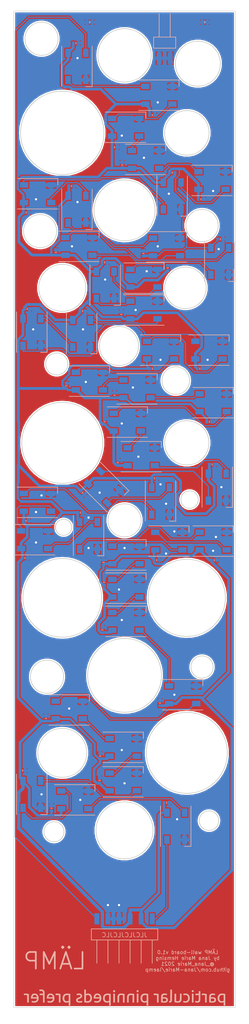
<source format=kicad_pcb>
(kicad_pcb (version 20171130) (host pcbnew 5.1.5+dfsg1-2build2)
  (layers (0 F.Cu signal) (31 B.Cu signal) (34 B.Paste user) (35 F.Paste user) (36 B.SilkS user) (37 F.SilkS user) (38 B.Mask user) (39 F.Mask user) (44 Edge.Cuts user))
  (net 0 "")
  (net 1 DOUT)
  (net 2 GND)
  (net 3 VBUS)
  (net 4 DIN)
  (net 5 "Net-(D1-Pad4)")
  (net 6 "Net-(D2-Pad4)")
  (net 7 "Net-(D3-Pad4)")
  (net 8 "Net-(D23-Pad4)")
  (net 9 "Net-(D4-Pad4)")
  (net 10 "Net-(D5-Pad4)")
  (net 11 "Net-(D6-Pad4)")
  (net 12 "Net-(D10-Pad2)")
  (net 13 "Net-(D10-Pad4)")
  (net 14 "Net-(D11-Pad4)")
  (net 15 "Net-(D12-Pad4)")
  (net 16 "Net-(D13-Pad4)")
  (net 17 "Net-(D14-Pad4)")
  (net 18 "Net-(D15-Pad4)")
  (net 19 "Net-(D16-Pad4)")
  (net 20 "Net-(D17-Pad4)")
  (net 21 "Net-(D18-Pad4)")
  (net 22 "Net-(D19-Pad4)")
  (net 23 "Net-(D20-Pad4)")
  (net 24 "Net-(D21-Pad4)")
  (net 25 "Net-(D24-Pad4)")
  (net 26 "Net-(D7-Pad4)")
  (net 27 "Net-(D8-Pad4)")
  (net 28 "Net-(D22-Pad4)")
  (net 29 "Net-(D25-Pad4)")
  (net 30 "Net-(D26-Pad4)")
  (net 31 "Net-(D27-Pad4)")
  (net 32 "Net-(D28-Pad4)")
  (net 33 "Net-(D29-Pad4)")
  (net 34 "Net-(D30-Pad4)")
  (net 35 "Net-(D31-Pad4)")
  (net 36 "Net-(D32-Pad4)")
  (net 37 "Net-(D33-Pad4)")
  (net 38 "Net-(D34-Pad4)")
  (net 39 "Net-(D35-Pad4)")
  (net 40 "Net-(D36-Pad4)")
  (net 41 "Net-(D37-Pad4)")
  (net 42 "Net-(D38-Pad4)")
  (net 43 "Net-(D39-Pad4)")
  (net 44 "Net-(D40-Pad4)")
  (module otter:laemp_wall-text (layer B.Cu) (at 120 198.2 180)
    (fp_text reference G*** hide)
    (fp_text value LOGO hide)
  )
  (module otter:conn_01x02_smd_2mm (layer B.Cu) (at 127.25 27.5)
    (fp_text reference J2 hide)
    (fp_text value Conn_01x02)
    (pad 2 smd rect (at -1 1.015) (size 0.89 2.03) (layers B.Cu B.Paste B.Mask) (net 2 GND))
    (pad 1 smd rect (at 1 1.015) (size 0.89 2.03) (layers B.Cu B.Paste B.Mask) (net 2 GND))
  )
  (module otter:C_0402 (layer B.Cu) (at 113.72 22)
    (fp_text reference C43 hide)
    (fp_text value 100n hide)
    (pad 2 smd rect (at 0.47 0) (size 0.5 0.6) (layers B.Cu B.Paste B.Mask) (net 2 GND))
    (pad 1 smd rect (at -0.47 0) (size 0.5 0.6) (layers B.Cu B.Paste B.Mask) (net 2 GND))
  )
  (module otter:C_0402 (layer B.Cu) (at 134.5 22)
    (fp_text reference C42 hide)
    (fp_text value 100n hide)
    (pad 2 smd rect (at 0.47 0) (size 0.5 0.6) (layers B.Cu B.Paste B.Mask) (net 2 GND))
    (pad 1 smd rect (at -0.47 0) (size 0.5 0.6) (layers B.Cu B.Paste B.Mask) (net 2 GND))
  )
  (module LED_SMD:LED_SK6812_PLCC4_5.0x5.0mm_P3.2mm (layer B.Cu) (at 111.4 30 270)
    (fp_text reference D41 hide)
    (fp_text value SK6812)
    (pad 3 smd rect (at -2.45 1.6 270) (size 1.5 1) (layers B.Cu B.Paste B.Mask) (net 3 VBUS))
    (pad 4 smd rect (at -2.45 -1.6 270) (size 1.5 1) (layers B.Cu B.Paste B.Mask) (net 1 DOUT))
    (pad 2 smd rect (at 2.45 1.6 270) (size 1.5 1) (layers B.Cu B.Paste B.Mask) (net 44 "Net-(D40-Pad4)"))
    (pad 1 smd rect (at 2.45 -1.6 270) (size 1.5 1) (layers B.Cu B.Paste B.Mask) (net 2 GND))
  )
  (module LED_SMD:LED_SK6812_PLCC4_5.0x5.0mm_P3.2mm (layer B.Cu) (at 126.2 35.2)
    (fp_text reference D40 hide)
    (fp_text value SK6812)
    (pad 3 smd rect (at -2.45 1.6) (size 1.5 1) (layers B.Cu B.Paste B.Mask) (net 3 VBUS))
    (pad 4 smd rect (at -2.45 -1.6) (size 1.5 1) (layers B.Cu B.Paste B.Mask) (net 44 "Net-(D40-Pad4)"))
    (pad 2 smd rect (at 2.45 1.6) (size 1.5 1) (layers B.Cu B.Paste B.Mask) (net 43 "Net-(D39-Pad4)"))
    (pad 1 smd rect (at 2.45 -1.6) (size 1.5 1) (layers B.Cu B.Paste B.Mask) (net 2 GND))
  )
  (module LED_SMD:LED_SK6812_PLCC4_5.0x5.0mm_P3.2mm (layer B.Cu) (at 120.2 41)
    (fp_text reference D39 hide)
    (fp_text value SK6812)
    (pad 3 smd rect (at -2.45 1.6) (size 1.5 1) (layers B.Cu B.Paste B.Mask) (net 3 VBUS))
    (pad 4 smd rect (at -2.45 -1.6) (size 1.5 1) (layers B.Cu B.Paste B.Mask) (net 43 "Net-(D39-Pad4)"))
    (pad 2 smd rect (at 2.45 1.6) (size 1.5 1) (layers B.Cu B.Paste B.Mask) (net 42 "Net-(D38-Pad4)"))
    (pad 1 smd rect (at 2.45 -1.6) (size 1.5 1) (layers B.Cu B.Paste B.Mask) (net 2 GND))
  )
  (module LED_SMD:LED_SK6812_PLCC4_5.0x5.0mm_P3.2mm (layer B.Cu) (at 123.8 46.8)
    (fp_text reference D38 hide)
    (fp_text value SK6812)
    (pad 3 smd rect (at -2.45 1.6) (size 1.5 1) (layers B.Cu B.Paste B.Mask) (net 3 VBUS))
    (pad 4 smd rect (at -2.45 -1.6) (size 1.5 1) (layers B.Cu B.Paste B.Mask) (net 42 "Net-(D38-Pad4)"))
    (pad 2 smd rect (at 2.45 1.6) (size 1.5 1) (layers B.Cu B.Paste B.Mask) (net 41 "Net-(D37-Pad4)"))
    (pad 1 smd rect (at 2.45 -1.6) (size 1.5 1) (layers B.Cu B.Paste B.Mask) (net 2 GND))
  )
  (module LED_SMD:LED_SK6812_PLCC4_5.0x5.0mm_P3.2mm (layer B.Cu) (at 135.8 50.6)
    (fp_text reference D37 hide)
    (fp_text value SK6812)
    (pad 3 smd rect (at -2.45 1.6) (size 1.5 1) (layers B.Cu B.Paste B.Mask) (net 3 VBUS))
    (pad 4 smd rect (at -2.45 -1.6) (size 1.5 1) (layers B.Cu B.Paste B.Mask) (net 41 "Net-(D37-Pad4)"))
    (pad 2 smd rect (at 2.45 1.6) (size 1.5 1) (layers B.Cu B.Paste B.Mask) (net 40 "Net-(D36-Pad4)"))
    (pad 1 smd rect (at 2.45 -1.6) (size 1.5 1) (layers B.Cu B.Paste B.Mask) (net 2 GND))
  )
  (module LED_SMD:LED_SK6812_PLCC4_5.0x5.0mm_P3.2mm (layer B.Cu) (at 128.6 53.4 270)
    (fp_text reference D36 hide)
    (fp_text value SK6812)
    (pad 3 smd rect (at -2.45 1.6 270) (size 1.5 1) (layers B.Cu B.Paste B.Mask) (net 3 VBUS))
    (pad 4 smd rect (at -2.45 -1.6 270) (size 1.5 1) (layers B.Cu B.Paste B.Mask) (net 40 "Net-(D36-Pad4)"))
    (pad 2 smd rect (at 2.45 1.6 270) (size 1.5 1) (layers B.Cu B.Paste B.Mask) (net 39 "Net-(D35-Pad4)"))
    (pad 1 smd rect (at 2.45 -1.6 270) (size 1.5 1) (layers B.Cu B.Paste B.Mask) (net 2 GND))
  )
  (module LED_SMD:LED_SK6812_PLCC4_5.0x5.0mm_P3.2mm (layer B.Cu) (at 104.3 53)
    (fp_text reference D35 hide)
    (fp_text value SK6812)
    (pad 3 smd rect (at -2.45 1.6) (size 1.5 1) (layers B.Cu B.Paste B.Mask) (net 3 VBUS))
    (pad 4 smd rect (at -2.45 -1.6) (size 1.5 1) (layers B.Cu B.Paste B.Mask) (net 39 "Net-(D35-Pad4)"))
    (pad 2 smd rect (at 2.45 1.6) (size 1.5 1) (layers B.Cu B.Paste B.Mask) (net 38 "Net-(D34-Pad4)"))
    (pad 1 smd rect (at 2.45 -1.6) (size 1.5 1) (layers B.Cu B.Paste B.Mask) (net 2 GND))
  )
  (module LED_SMD:LED_SK6812_PLCC4_5.0x5.0mm_P3.2mm (layer B.Cu) (at 111.4 55.8 270)
    (fp_text reference D34 hide)
    (fp_text value SK6812)
    (pad 3 smd rect (at -2.45 1.6 270) (size 1.5 1) (layers B.Cu B.Paste B.Mask) (net 3 VBUS))
    (pad 4 smd rect (at -2.45 -1.6 270) (size 1.5 1) (layers B.Cu B.Paste B.Mask) (net 38 "Net-(D34-Pad4)"))
    (pad 2 smd rect (at 2.45 1.6 270) (size 1.5 1) (layers B.Cu B.Paste B.Mask) (net 37 "Net-(D33-Pad4)"))
    (pad 1 smd rect (at 2.45 -1.6 270) (size 1.5 1) (layers B.Cu B.Paste B.Mask) (net 2 GND))
  )
  (module LED_SMD:LED_SK6812_PLCC4_5.0x5.0mm_P3.2mm (layer B.Cu) (at 127.6 62.6)
    (fp_text reference D33 hide)
    (fp_text value SK6812)
    (pad 3 smd rect (at -2.45 1.6) (size 1.5 1) (layers B.Cu B.Paste B.Mask) (net 3 VBUS))
    (pad 4 smd rect (at -2.45 -1.6) (size 1.5 1) (layers B.Cu B.Paste B.Mask) (net 37 "Net-(D33-Pad4)"))
    (pad 2 smd rect (at 2.45 1.6) (size 1.5 1) (layers B.Cu B.Paste B.Mask) (net 36 "Net-(D32-Pad4)"))
    (pad 1 smd rect (at 2.45 -1.6) (size 1.5 1) (layers B.Cu B.Paste B.Mask) (net 2 GND))
  )
  (module LED_SMD:LED_SK6812_PLCC4_5.0x5.0mm_P3.2mm (layer B.Cu) (at 111.75 62.5)
    (fp_text reference D32 hide)
    (fp_text value SK6812)
    (pad 3 smd rect (at -2.45 1.6) (size 1.5 1) (layers B.Cu B.Paste B.Mask) (net 3 VBUS))
    (pad 4 smd rect (at -2.45 -1.6) (size 1.5 1) (layers B.Cu B.Paste B.Mask) (net 36 "Net-(D32-Pad4)"))
    (pad 2 smd rect (at 2.45 1.6) (size 1.5 1) (layers B.Cu B.Paste B.Mask) (net 35 "Net-(D31-Pad4)"))
    (pad 1 smd rect (at 2.45 -1.6) (size 1.5 1) (layers B.Cu B.Paste B.Mask) (net 2 GND))
  )
  (module LED_SMD:LED_SK6812_PLCC4_5.0x5.0mm_P3.2mm (layer B.Cu) (at 137.2 65.2 270)
    (fp_text reference D31 hide)
    (fp_text value SK6812)
    (pad 3 smd rect (at -2.45 1.6 270) (size 1.5 1) (layers B.Cu B.Paste B.Mask) (net 3 VBUS))
    (pad 4 smd rect (at -2.45 -1.6 270) (size 1.5 1) (layers B.Cu B.Paste B.Mask) (net 35 "Net-(D31-Pad4)"))
    (pad 2 smd rect (at 2.45 1.6 270) (size 1.5 1) (layers B.Cu B.Paste B.Mask) (net 34 "Net-(D30-Pad4)"))
    (pad 1 smd rect (at 2.45 -1.6 270) (size 1.5 1) (layers B.Cu B.Paste B.Mask) (net 2 GND))
  )
  (module LED_SMD:LED_SK6812_PLCC4_5.0x5.0mm_P3.2mm (layer B.Cu) (at 123.5 68.25)
    (fp_text reference D30 hide)
    (fp_text value SK6812)
    (pad 3 smd rect (at -2.45 1.6) (size 1.5 1) (layers B.Cu B.Paste B.Mask) (net 3 VBUS))
    (pad 4 smd rect (at -2.45 -1.6) (size 1.5 1) (layers B.Cu B.Paste B.Mask) (net 34 "Net-(D30-Pad4)"))
    (pad 2 smd rect (at 2.45 1.6) (size 1.5 1) (layers B.Cu B.Paste B.Mask) (net 33 "Net-(D29-Pad4)"))
    (pad 1 smd rect (at 2.45 -1.6) (size 1.5 1) (layers B.Cu B.Paste B.Mask) (net 2 GND))
  )
  (module LED_SMD:LED_SK6812_PLCC4_5.0x5.0mm_P3.2mm (layer B.Cu) (at 116.5 69.5 270)
    (fp_text reference D29 hide)
    (fp_text value SK6812)
    (pad 3 smd rect (at -2.45 1.6 270) (size 1.5 1) (layers B.Cu B.Paste B.Mask) (net 3 VBUS))
    (pad 4 smd rect (at -2.45 -1.6 270) (size 1.5 1) (layers B.Cu B.Paste B.Mask) (net 33 "Net-(D29-Pad4)"))
    (pad 2 smd rect (at 2.45 1.6 270) (size 1.5 1) (layers B.Cu B.Paste B.Mask) (net 32 "Net-(D28-Pad4)"))
    (pad 1 smd rect (at 2.45 -1.6 270) (size 1.5 1) (layers B.Cu B.Paste B.Mask) (net 2 GND))
  )
  (module LED_SMD:LED_SK6812_PLCC4_5.0x5.0mm_P3.2mm (layer B.Cu) (at 123.5 74)
    (fp_text reference D28 hide)
    (fp_text value SK6812)
    (pad 3 smd rect (at -2.45 1.6) (size 1.5 1) (layers B.Cu B.Paste B.Mask) (net 3 VBUS))
    (pad 4 smd rect (at -2.45 -1.6) (size 1.5 1) (layers B.Cu B.Paste B.Mask) (net 32 "Net-(D28-Pad4)"))
    (pad 2 smd rect (at 2.45 1.6) (size 1.5 1) (layers B.Cu B.Paste B.Mask) (net 31 "Net-(D27-Pad4)"))
    (pad 1 smd rect (at 2.45 -1.6) (size 1.5 1) (layers B.Cu B.Paste B.Mask) (net 2 GND))
  )
  (module LED_SMD:LED_SK6812_PLCC4_5.0x5.0mm_P3.2mm (layer B.Cu) (at 112.25 78.25 270)
    (fp_text reference D27 hide)
    (fp_text value SK6812)
    (pad 3 smd rect (at -2.45 1.6 270) (size 1.5 1) (layers B.Cu B.Paste B.Mask) (net 3 VBUS))
    (pad 4 smd rect (at -2.45 -1.6 270) (size 1.5 1) (layers B.Cu B.Paste B.Mask) (net 31 "Net-(D27-Pad4)"))
    (pad 2 smd rect (at 2.45 1.6 270) (size 1.5 1) (layers B.Cu B.Paste B.Mask) (net 30 "Net-(D26-Pad4)"))
    (pad 1 smd rect (at 2.45 -1.6 270) (size 1.5 1) (layers B.Cu B.Paste B.Mask) (net 2 GND))
  )
  (module LED_SMD:LED_SK6812_PLCC4_5.0x5.0mm_P3.2mm (layer B.Cu) (at 103.25 78 270)
    (fp_text reference D26 hide)
    (fp_text value SK6812)
    (pad 3 smd rect (at -2.45 1.6 270) (size 1.5 1) (layers B.Cu B.Paste B.Mask) (net 3 VBUS))
    (pad 4 smd rect (at -2.45 -1.6 270) (size 1.5 1) (layers B.Cu B.Paste B.Mask) (net 30 "Net-(D26-Pad4)"))
    (pad 2 smd rect (at 2.45 1.6 270) (size 1.5 1) (layers B.Cu B.Paste B.Mask) (net 25 "Net-(D24-Pad4)"))
    (pad 1 smd rect (at 2.45 -1.6 270) (size 1.5 1) (layers B.Cu B.Paste B.Mask) (net 2 GND))
  )
  (module LED_SMD:LED_SK6812_PLCC4_5.0x5.0mm_P3.2mm (layer B.Cu) (at 103.25 161.5 270)
    (fp_text reference D25 hide)
    (fp_text value SK6812)
    (pad 3 smd rect (at -2.45 1.6 270) (size 1.5 1) (layers B.Cu B.Paste B.Mask) (net 3 VBUS))
    (pad 4 smd rect (at -2.45 -1.6 270) (size 1.5 1) (layers B.Cu B.Paste B.Mask) (net 29 "Net-(D25-Pad4)"))
    (pad 2 smd rect (at 2.45 1.6 270) (size 1.5 1) (layers B.Cu B.Paste B.Mask) (net 6 "Net-(D2-Pad4)"))
    (pad 1 smd rect (at 2.45 -1.6 270) (size 1.5 1) (layers B.Cu B.Paste B.Mask) (net 2 GND))
  )
  (module otter:C_0402 (layer B.Cu) (at 116.3 123.2 90)
    (fp_text reference C41 hide)
    (fp_text value 100n hide)
    (pad 2 smd rect (at 0.47 0 90) (size 0.5 0.6) (layers B.Cu B.Paste B.Mask) (net 2 GND))
    (pad 1 smd rect (at -0.47 0 90) (size 0.5 0.6) (layers B.Cu B.Paste B.Mask) (net 3 VBUS))
  )
  (module otter:C_0402 (layer B.Cu) (at 116 131.8 90)
    (fp_text reference C40 hide)
    (fp_text value 100n hide)
    (pad 2 smd rect (at 0.47 0 90) (size 0.5 0.6) (layers B.Cu B.Paste B.Mask) (net 2 GND))
    (pad 1 smd rect (at -0.47 0 90) (size 0.5 0.6) (layers B.Cu B.Paste B.Mask) (net 3 VBUS))
  )
  (module otter:C_0402 (layer B.Cu) (at 105.8 147.8 90)
    (fp_text reference C39 hide)
    (fp_text value 100n hide)
    (pad 2 smd rect (at 0.47 0 90) (size 0.5 0.6) (layers B.Cu B.Paste B.Mask) (net 2 GND))
    (pad 1 smd rect (at -0.47 0 90) (size 0.5 0.6) (layers B.Cu B.Paste B.Mask) (net 3 VBUS))
  )
  (module otter:C_0402 (layer B.Cu) (at 126.4 145 90)
    (fp_text reference C38 hide)
    (fp_text value 100n hide)
    (pad 2 smd rect (at 0.47 0 90) (size 0.5 0.6) (layers B.Cu B.Paste B.Mask) (net 2 GND))
    (pad 1 smd rect (at -0.47 0 90) (size 0.5 0.6) (layers B.Cu B.Paste B.Mask) (net 3 VBUS))
  )
  (module otter:C_0402 (layer B.Cu) (at 115.5 159 90)
    (fp_text reference C37 hide)
    (fp_text value 100n hide)
    (pad 2 smd rect (at 0.47 0 90) (size 0.5 0.6) (layers B.Cu B.Paste B.Mask) (net 2 GND))
    (pad 1 smd rect (at -0.47 0 90) (size 0.5 0.6) (layers B.Cu B.Paste B.Mask) (net 3 VBUS))
  )
  (module otter:C_0402 (layer B.Cu) (at 115.6 154.6 90)
    (fp_text reference C36 hide)
    (fp_text value 100n hide)
    (pad 2 smd rect (at 0.47 0 90) (size 0.5 0.6) (layers B.Cu B.Paste B.Mask) (net 2 GND))
    (pad 1 smd rect (at -0.47 0 90) (size 0.5 0.6) (layers B.Cu B.Paste B.Mask) (net 3 VBUS))
  )
  (module otter:C_0402 (layer B.Cu) (at 116.4 94.2 90)
    (fp_text reference C35 hide)
    (fp_text value 100n hide)
    (pad 2 smd rect (at 0.47 0 90) (size 0.5 0.6) (layers B.Cu B.Paste B.Mask) (net 2 GND))
    (pad 1 smd rect (at -0.47 0 90) (size 0.5 0.6) (layers B.Cu B.Paste B.Mask) (net 3 VBUS))
  )
  (module otter:C_0402 (layer B.Cu) (at 109.5 87.7 90)
    (fp_text reference C34 hide)
    (fp_text value 100n hide)
    (pad 2 smd rect (at 0.47 0 90) (size 0.5 0.6) (layers B.Cu B.Paste B.Mask) (net 2 GND))
    (pad 1 smd rect (at -0.47 0 90) (size 0.5 0.6) (layers B.Cu B.Paste B.Mask) (net 3 VBUS))
  )
  (module otter:C_0402 (layer B.Cu) (at 102.4 73.8)
    (fp_text reference C33 hide)
    (fp_text value 100n hide)
    (pad 2 smd rect (at 0.47 0) (size 0.5 0.6) (layers B.Cu B.Paste B.Mask) (net 2 GND))
    (pad 1 smd rect (at -0.47 0) (size 0.5 0.6) (layers B.Cu B.Paste B.Mask) (net 3 VBUS))
  )
  (module otter:C_0402 (layer B.Cu) (at 106.8 164 90)
    (fp_text reference C32 hide)
    (fp_text value 100n hide)
    (pad 2 smd rect (at 0.47 0 90) (size 0.5 0.6) (layers B.Cu B.Paste B.Mask) (net 2 GND))
    (pad 1 smd rect (at -0.47 0 90) (size 0.5 0.6) (layers B.Cu B.Paste B.Mask) (net 3 VBUS))
  )
  (module otter:C_0402 (layer B.Cu) (at 125.8 119.2)
    (fp_text reference C31 hide)
    (fp_text value 100n hide)
    (pad 2 smd rect (at 0.47 0) (size 0.5 0.6) (layers B.Cu B.Paste B.Mask) (net 2 GND))
    (pad 1 smd rect (at -0.47 0) (size 0.5 0.6) (layers B.Cu B.Paste B.Mask) (net 3 VBUS))
  )
  (module otter:C_0402 (layer B.Cu) (at 118.2 89.4 90)
    (fp_text reference C30 hide)
    (fp_text value 100n hide)
    (pad 2 smd rect (at 0.47 0 90) (size 0.5 0.6) (layers B.Cu B.Paste B.Mask) (net 2 GND))
    (pad 1 smd rect (at -0.47 0 90) (size 0.5 0.6) (layers B.Cu B.Paste B.Mask) (net 3 VBUS))
  )
  (module otter:C_0402 (layer B.Cu) (at 112.4 74.2)
    (fp_text reference C29 hide)
    (fp_text value 100n hide)
    (pad 2 smd rect (at 0.47 0) (size 0.5 0.6) (layers B.Cu B.Paste B.Mask) (net 2 GND))
    (pad 1 smd rect (at -0.47 0) (size 0.5 0.6) (layers B.Cu B.Paste B.Mask) (net 3 VBUS))
  )
  (module otter:C_0402 (layer B.Cu) (at 136.2 119.2)
    (fp_text reference C28 hide)
    (fp_text value 100n hide)
    (pad 2 smd rect (at 0.47 0) (size 0.5 0.6) (layers B.Cu B.Paste B.Mask) (net 2 GND))
    (pad 1 smd rect (at -0.47 0) (size 0.5 0.6) (layers B.Cu B.Paste B.Mask) (net 3 VBUS))
  )
  (module otter:C_0402 (layer B.Cu) (at 135.33 94.2)
    (fp_text reference C27 hide)
    (fp_text value 100n hide)
    (pad 2 smd rect (at 0.47 0) (size 0.5 0.6) (layers B.Cu B.Paste B.Mask) (net 2 GND))
    (pad 1 smd rect (at -0.47 0) (size 0.5 0.6) (layers B.Cu B.Paste B.Mask) (net 3 VBUS))
  )
  (module otter:C_0402 (layer B.Cu) (at 127.6 163)
    (fp_text reference C26 hide)
    (fp_text value 100n hide)
    (pad 2 smd rect (at 0.47 0) (size 0.5 0.6) (layers B.Cu B.Paste B.Mask) (net 2 GND))
    (pad 1 smd rect (at -0.47 0) (size 0.5 0.6) (layers B.Cu B.Paste B.Mask) (net 3 VBUS))
  )
  (module otter:C_0402 (layer B.Cu) (at 101.6 157.2)
    (fp_text reference C25 hide)
    (fp_text value 100n hide)
    (pad 2 smd rect (at 0.47 0) (size 0.5 0.6) (layers B.Cu B.Paste B.Mask) (net 2 GND))
    (pad 1 smd rect (at -0.47 0) (size 0.5 0.6) (layers B.Cu B.Paste B.Mask) (net 3 VBUS))
  )
  (module LED_SMD:LED_SK6812_PLCC4_5.0x5.0mm_P3.2mm (layer B.Cu) (at 135.25 81.25)
    (fp_text reference D24 hide)
    (fp_text value SK6812)
    (pad 3 smd rect (at -2.45 1.6) (size 1.5 1) (layers B.Cu B.Paste B.Mask) (net 3 VBUS))
    (pad 4 smd rect (at -2.45 -1.6) (size 1.5 1) (layers B.Cu B.Paste B.Mask) (net 25 "Net-(D24-Pad4)"))
    (pad 2 smd rect (at 2.45 1.6) (size 1.5 1) (layers B.Cu B.Paste B.Mask) (net 8 "Net-(D23-Pad4)"))
    (pad 1 smd rect (at 2.45 -1.6) (size 1.5 1) (layers B.Cu B.Paste B.Mask) (net 2 GND))
  )
  (module LED_SMD:LED_SK6812_PLCC4_5.0x5.0mm_P3.2mm (layer B.Cu) (at 126.5 81.25)
    (fp_text reference D23 hide)
    (fp_text value SK6812)
    (pad 3 smd rect (at -2.45 1.6) (size 1.5 1) (layers B.Cu B.Paste B.Mask) (net 3 VBUS))
    (pad 4 smd rect (at -2.45 -1.6) (size 1.5 1) (layers B.Cu B.Paste B.Mask) (net 8 "Net-(D23-Pad4)"))
    (pad 2 smd rect (at 2.45 1.6) (size 1.5 1) (layers B.Cu B.Paste B.Mask) (net 28 "Net-(D22-Pad4)"))
    (pad 1 smd rect (at 2.45 -1.6) (size 1.5 1) (layers B.Cu B.Paste B.Mask) (net 2 GND))
  )
  (module LED_SMD:LED_SK6812_PLCC4_5.0x5.0mm_P3.2mm (layer B.Cu) (at 113.65 86.85)
    (fp_text reference D22 hide)
    (fp_text value SK6812)
    (pad 3 smd rect (at -2.45 1.6) (size 1.5 1) (layers B.Cu B.Paste B.Mask) (net 3 VBUS))
    (pad 4 smd rect (at -2.45 -1.6) (size 1.5 1) (layers B.Cu B.Paste B.Mask) (net 28 "Net-(D22-Pad4)"))
    (pad 2 smd rect (at 2.45 1.6) (size 1.5 1) (layers B.Cu B.Paste B.Mask) (net 24 "Net-(D21-Pad4)"))
    (pad 1 smd rect (at 2.45 -1.6) (size 1.5 1) (layers B.Cu B.Paste B.Mask) (net 2 GND))
  )
  (module LED_SMD:LED_SK6812_PLCC4_5.0x5.0mm_P3.2mm (layer B.Cu) (at 122.25 88.25)
    (fp_text reference D21 hide)
    (fp_text value SK6812)
    (pad 3 smd rect (at -2.45 1.6) (size 1.5 1) (layers B.Cu B.Paste B.Mask) (net 3 VBUS))
    (pad 4 smd rect (at -2.45 -1.6) (size 1.5 1) (layers B.Cu B.Paste B.Mask) (net 24 "Net-(D21-Pad4)"))
    (pad 2 smd rect (at 2.45 1.6) (size 1.5 1) (layers B.Cu B.Paste B.Mask) (net 23 "Net-(D20-Pad4)"))
    (pad 1 smd rect (at 2.45 -1.6) (size 1.5 1) (layers B.Cu B.Paste B.Mask) (net 2 GND))
  )
  (module LED_SMD:LED_SK6812_PLCC4_5.0x5.0mm_P3.2mm (layer B.Cu) (at 136 90.75)
    (fp_text reference D20 hide)
    (fp_text value SK6812)
    (pad 3 smd rect (at -2.45 1.6) (size 1.5 1) (layers B.Cu B.Paste B.Mask) (net 3 VBUS))
    (pad 4 smd rect (at -2.45 -1.6) (size 1.5 1) (layers B.Cu B.Paste B.Mask) (net 23 "Net-(D20-Pad4)"))
    (pad 2 smd rect (at 2.45 1.6) (size 1.5 1) (layers B.Cu B.Paste B.Mask) (net 22 "Net-(D19-Pad4)"))
    (pad 1 smd rect (at 2.45 -1.6) (size 1.5 1) (layers B.Cu B.Paste B.Mask) (net 2 GND))
  )
  (module LED_SMD:LED_SK6812_PLCC4_5.0x5.0mm_P3.2mm (layer B.Cu) (at 120.5 94.25)
    (fp_text reference D19 hide)
    (fp_text value SK6812)
    (pad 3 smd rect (at -2.45 1.6) (size 1.5 1) (layers B.Cu B.Paste B.Mask) (net 3 VBUS))
    (pad 4 smd rect (at -2.45 -1.6) (size 1.5 1) (layers B.Cu B.Paste B.Mask) (net 22 "Net-(D19-Pad4)"))
    (pad 2 smd rect (at 2.45 1.6) (size 1.5 1) (layers B.Cu B.Paste B.Mask) (net 21 "Net-(D18-Pad4)"))
    (pad 1 smd rect (at 2.45 -1.6) (size 1.5 1) (layers B.Cu B.Paste B.Mask) (net 2 GND))
  )
  (module LED_SMD:LED_SK6812_PLCC4_5.0x5.0mm_P3.2mm (layer B.Cu) (at 123 100.5)
    (fp_text reference D18 hide)
    (fp_text value SK6812)
    (pad 3 smd rect (at -2.45 1.6) (size 1.5 1) (layers B.Cu B.Paste B.Mask) (net 3 VBUS))
    (pad 4 smd rect (at -2.45 -1.6) (size 1.5 1) (layers B.Cu B.Paste B.Mask) (net 21 "Net-(D18-Pad4)"))
    (pad 2 smd rect (at 2.45 1.6) (size 1.5 1) (layers B.Cu B.Paste B.Mask) (net 20 "Net-(D17-Pad4)"))
    (pad 1 smd rect (at 2.45 -1.6) (size 1.5 1) (layers B.Cu B.Paste B.Mask) (net 2 GND))
  )
  (module LED_SMD:LED_SK6812_PLCC4_5.0x5.0mm_P3.2mm (layer B.Cu) (at 136.75 106 270)
    (fp_text reference D17 hide)
    (fp_text value SK6812)
    (pad 3 smd rect (at -2.45 1.6 270) (size 1.5 1) (layers B.Cu B.Paste B.Mask) (net 3 VBUS))
    (pad 4 smd rect (at -2.45 -1.6 270) (size 1.5 1) (layers B.Cu B.Paste B.Mask) (net 20 "Net-(D17-Pad4)"))
    (pad 2 smd rect (at 2.45 1.6 270) (size 1.5 1) (layers B.Cu B.Paste B.Mask) (net 19 "Net-(D16-Pad4)"))
    (pad 1 smd rect (at 2.45 -1.6 270) (size 1.5 1) (layers B.Cu B.Paste B.Mask) (net 2 GND))
  )
  (module LED_SMD:LED_SK6812_PLCC4_5.0x5.0mm_P3.2mm (layer B.Cu) (at 116.25 106 315)
    (fp_text reference D16 hide)
    (fp_text value SK6812)
    (pad 3 smd rect (at -2.45 1.6 315) (size 1.5 1) (layers B.Cu B.Paste B.Mask) (net 3 VBUS))
    (pad 4 smd rect (at -2.45 -1.6 315) (size 1.5 1) (layers B.Cu B.Paste B.Mask) (net 19 "Net-(D16-Pad4)"))
    (pad 2 smd rect (at 2.45 1.6 315) (size 1.5 1) (layers B.Cu B.Paste B.Mask) (net 18 "Net-(D15-Pad4)"))
    (pad 1 smd rect (at 2.45 -1.6 315) (size 1.5 1) (layers B.Cu B.Paste B.Mask) (net 2 GND))
  )
  (module LED_SMD:LED_SK6812_PLCC4_5.0x5.0mm_P3.2mm (layer B.Cu) (at 126.5 108.5 270)
    (fp_text reference D15 hide)
    (fp_text value SK6812)
    (pad 3 smd rect (at -2.45 1.6 270) (size 1.5 1) (layers B.Cu B.Paste B.Mask) (net 3 VBUS))
    (pad 4 smd rect (at -2.45 -1.6 270) (size 1.5 1) (layers B.Cu B.Paste B.Mask) (net 18 "Net-(D15-Pad4)"))
    (pad 2 smd rect (at 2.45 1.6 270) (size 1.5 1) (layers B.Cu B.Paste B.Mask) (net 17 "Net-(D14-Pad4)"))
    (pad 1 smd rect (at 2.45 -1.6 270) (size 1.5 1) (layers B.Cu B.Paste B.Mask) (net 2 GND))
  )
  (module LED_SMD:LED_SK6812_PLCC4_5.0x5.0mm_P3.2mm (layer B.Cu) (at 104.25 108.75)
    (fp_text reference D14 hide)
    (fp_text value SK6812)
    (pad 3 smd rect (at -2.45 1.6) (size 1.5 1) (layers B.Cu B.Paste B.Mask) (net 3 VBUS))
    (pad 4 smd rect (at -2.45 -1.6) (size 1.5 1) (layers B.Cu B.Paste B.Mask) (net 17 "Net-(D14-Pad4)"))
    (pad 2 smd rect (at 2.45 1.6) (size 1.5 1) (layers B.Cu B.Paste B.Mask) (net 16 "Net-(D13-Pad4)"))
    (pad 1 smd rect (at 2.45 -1.6) (size 1.5 1) (layers B.Cu B.Paste B.Mask) (net 2 GND))
  )
  (module LED_SMD:LED_SK6812_PLCC4_5.0x5.0mm_P3.2mm (layer B.Cu) (at 103.75 115.5)
    (fp_text reference D13 hide)
    (fp_text value SK6812)
    (pad 3 smd rect (at -2.45 1.6) (size 1.5 1) (layers B.Cu B.Paste B.Mask) (net 3 VBUS))
    (pad 4 smd rect (at -2.45 -1.6) (size 1.5 1) (layers B.Cu B.Paste B.Mask) (net 16 "Net-(D13-Pad4)"))
    (pad 2 smd rect (at 2.45 1.6) (size 1.5 1) (layers B.Cu B.Paste B.Mask) (net 15 "Net-(D12-Pad4)"))
    (pad 1 smd rect (at 2.45 -1.6) (size 1.5 1) (layers B.Cu B.Paste B.Mask) (net 2 GND))
  )
  (module LED_SMD:LED_SK6812_PLCC4_5.0x5.0mm_P3.2mm (layer B.Cu) (at 113.5 114.75 270)
    (fp_text reference D12 hide)
    (fp_text value SK6812)
    (pad 3 smd rect (at -2.45 1.6 270) (size 1.5 1) (layers B.Cu B.Paste B.Mask) (net 3 VBUS))
    (pad 4 smd rect (at -2.45 -1.6 270) (size 1.5 1) (layers B.Cu B.Paste B.Mask) (net 15 "Net-(D12-Pad4)"))
    (pad 2 smd rect (at 2.45 1.6 270) (size 1.5 1) (layers B.Cu B.Paste B.Mask) (net 14 "Net-(D11-Pad4)"))
    (pad 1 smd rect (at 2.45 -1.6 270) (size 1.5 1) (layers B.Cu B.Paste B.Mask) (net 2 GND))
  )
  (module LED_SMD:LED_SK6812_PLCC4_5.0x5.0mm_P3.2mm (layer B.Cu) (at 136 115.75)
    (fp_text reference D11 hide)
    (fp_text value SK6812)
    (pad 3 smd rect (at -2.45 1.6) (size 1.5 1) (layers B.Cu B.Paste B.Mask) (net 3 VBUS))
    (pad 4 smd rect (at -2.45 -1.6) (size 1.5 1) (layers B.Cu B.Paste B.Mask) (net 14 "Net-(D11-Pad4)"))
    (pad 2 smd rect (at 2.45 1.6) (size 1.5 1) (layers B.Cu B.Paste B.Mask) (net 13 "Net-(D10-Pad4)"))
    (pad 1 smd rect (at 2.45 -1.6) (size 1.5 1) (layers B.Cu B.Paste B.Mask) (net 2 GND))
  )
  (module LED_SMD:LED_SK6812_PLCC4_5.0x5.0mm_P3.2mm (layer B.Cu) (at 128 115.75)
    (fp_text reference D10 hide)
    (fp_text value SK6812)
    (pad 3 smd rect (at -2.45 1.6) (size 1.5 1) (layers B.Cu B.Paste B.Mask) (net 3 VBUS))
    (pad 4 smd rect (at -2.45 -1.6) (size 1.5 1) (layers B.Cu B.Paste B.Mask) (net 13 "Net-(D10-Pad4)"))
    (pad 2 smd rect (at 2.45 1.6) (size 1.5 1) (layers B.Cu B.Paste B.Mask) (net 12 "Net-(D10-Pad2)"))
    (pad 1 smd rect (at 2.45 -1.6) (size 1.5 1) (layers B.Cu B.Paste B.Mask) (net 2 GND))
  )
  (module LED_SMD:LED_SK6812_PLCC4_5.0x5.0mm_P3.2mm (layer B.Cu) (at 120.25 118.25)
    (fp_text reference D9 hide)
    (fp_text value SK6812)
    (pad 3 smd rect (at -2.45 1.6) (size 1.5 1) (layers B.Cu B.Paste B.Mask) (net 3 VBUS))
    (pad 4 smd rect (at -2.45 -1.6) (size 1.5 1) (layers B.Cu B.Paste B.Mask) (net 12 "Net-(D10-Pad2)"))
    (pad 2 smd rect (at 2.45 1.6) (size 1.5 1) (layers B.Cu B.Paste B.Mask) (net 27 "Net-(D8-Pad4)"))
    (pad 1 smd rect (at 2.45 -1.6) (size 1.5 1) (layers B.Cu B.Paste B.Mask) (net 2 GND))
  )
  (module LED_SMD:LED_SK6812_PLCC4_5.0x5.0mm_P3.2mm (layer B.Cu) (at 120.25 124.25)
    (fp_text reference D8 hide)
    (fp_text value SK6812)
    (pad 3 smd rect (at -2.45 1.6) (size 1.5 1) (layers B.Cu B.Paste B.Mask) (net 3 VBUS))
    (pad 4 smd rect (at -2.45 -1.6) (size 1.5 1) (layers B.Cu B.Paste B.Mask) (net 27 "Net-(D8-Pad4)"))
    (pad 2 smd rect (at 2.45 1.6) (size 1.5 1) (layers B.Cu B.Paste B.Mask) (net 26 "Net-(D7-Pad4)"))
    (pad 1 smd rect (at 2.45 -1.6) (size 1.5 1) (layers B.Cu B.Paste B.Mask) (net 2 GND))
  )
  (module LED_SMD:LED_SK6812_PLCC4_5.0x5.0mm_P3.2mm (layer B.Cu) (at 120.25 130.25)
    (fp_text reference D7 hide)
    (fp_text value SK6812)
    (pad 3 smd rect (at -2.45 1.6) (size 1.5 1) (layers B.Cu B.Paste B.Mask) (net 3 VBUS))
    (pad 4 smd rect (at -2.45 -1.6) (size 1.5 1) (layers B.Cu B.Paste B.Mask) (net 26 "Net-(D7-Pad4)"))
    (pad 2 smd rect (at 2.45 1.6) (size 1.5 1) (layers B.Cu B.Paste B.Mask) (net 11 "Net-(D6-Pad4)"))
    (pad 1 smd rect (at 2.45 -1.6) (size 1.5 1) (layers B.Cu B.Paste B.Mask) (net 2 GND))
  )
  (module LED_SMD:LED_SK6812_PLCC4_5.0x5.0mm_P3.2mm (layer B.Cu) (at 130.5 143.5)
    (fp_text reference D6 hide)
    (fp_text value SK6812)
    (pad 3 smd rect (at -2.45 1.6) (size 1.5 1) (layers B.Cu B.Paste B.Mask) (net 3 VBUS))
    (pad 4 smd rect (at -2.45 -1.6) (size 1.5 1) (layers B.Cu B.Paste B.Mask) (net 11 "Net-(D6-Pad4)"))
    (pad 2 smd rect (at 2.45 1.6) (size 1.5 1) (layers B.Cu B.Paste B.Mask) (net 10 "Net-(D5-Pad4)"))
    (pad 1 smd rect (at 2.45 -1.6) (size 1.5 1) (layers B.Cu B.Paste B.Mask) (net 2 GND))
  )
  (module LED_SMD:LED_SK6812_PLCC4_5.0x5.0mm_P3.2mm (layer B.Cu) (at 110 146.25)
    (fp_text reference D5 hide)
    (fp_text value SK6812)
    (pad 3 smd rect (at -2.45 1.6) (size 1.5 1) (layers B.Cu B.Paste B.Mask) (net 3 VBUS))
    (pad 4 smd rect (at -2.45 -1.6) (size 1.5 1) (layers B.Cu B.Paste B.Mask) (net 10 "Net-(D5-Pad4)"))
    (pad 2 smd rect (at 2.45 1.6) (size 1.5 1) (layers B.Cu B.Paste B.Mask) (net 9 "Net-(D4-Pad4)"))
    (pad 1 smd rect (at 2.45 -1.6) (size 1.5 1) (layers B.Cu B.Paste B.Mask) (net 2 GND))
  )
  (module LED_SMD:LED_SK6812_PLCC4_5.0x5.0mm_P3.2mm (layer B.Cu) (at 119.75 153)
    (fp_text reference D4 hide)
    (fp_text value SK6812)
    (pad 3 smd rect (at -2.45 1.6) (size 1.5 1) (layers B.Cu B.Paste B.Mask) (net 3 VBUS))
    (pad 4 smd rect (at -2.45 -1.6) (size 1.5 1) (layers B.Cu B.Paste B.Mask) (net 9 "Net-(D4-Pad4)"))
    (pad 2 smd rect (at 2.45 1.6) (size 1.5 1) (layers B.Cu B.Paste B.Mask) (net 7 "Net-(D3-Pad4)"))
    (pad 1 smd rect (at 2.45 -1.6) (size 1.5 1) (layers B.Cu B.Paste B.Mask) (net 2 GND))
  )
  (module LED_SMD:LED_SK6812_PLCC4_5.0x5.0mm_P3.2mm (layer B.Cu) (at 119.75 159.25)
    (fp_text reference D3 hide)
    (fp_text value SK6812)
    (pad 3 smd rect (at -2.45 1.6) (size 1.5 1) (layers B.Cu B.Paste B.Mask) (net 3 VBUS))
    (pad 4 smd rect (at -2.45 -1.6) (size 1.5 1) (layers B.Cu B.Paste B.Mask) (net 7 "Net-(D3-Pad4)"))
    (pad 2 smd rect (at 2.45 1.6) (size 1.5 1) (layers B.Cu B.Paste B.Mask) (net 29 "Net-(D25-Pad4)"))
    (pad 1 smd rect (at 2.45 -1.6) (size 1.5 1) (layers B.Cu B.Paste B.Mask) (net 2 GND))
  )
  (module LED_SMD:LED_SK6812_PLCC4_5.0x5.0mm_P3.2mm (layer B.Cu) (at 111 162.5)
    (fp_text reference D2 hide)
    (fp_text value SK6812)
    (pad 3 smd rect (at -2.45 1.6) (size 1.5 1) (layers B.Cu B.Paste B.Mask) (net 3 VBUS))
    (pad 4 smd rect (at -2.45 -1.6) (size 1.5 1) (layers B.Cu B.Paste B.Mask) (net 6 "Net-(D2-Pad4)"))
    (pad 2 smd rect (at 2.45 1.6) (size 1.5 1) (layers B.Cu B.Paste B.Mask) (net 5 "Net-(D1-Pad4)"))
    (pad 1 smd rect (at 2.45 -1.6) (size 1.5 1) (layers B.Cu B.Paste B.Mask) (net 2 GND))
  )
  (module LED_SMD:LED_SK6812_PLCC4_5.0x5.0mm_P3.2mm (layer B.Cu) (at 129.25 167.25 270)
    (fp_text reference D1 hide)
    (fp_text value SK6812)
    (pad 3 smd rect (at -2.45 1.6 270) (size 1.5 1) (layers B.Cu B.Paste B.Mask) (net 3 VBUS))
    (pad 4 smd rect (at -2.45 -1.6 270) (size 1.5 1) (layers B.Cu B.Paste B.Mask) (net 5 "Net-(D1-Pad4)"))
    (pad 2 smd rect (at 2.45 1.6 270) (size 1.5 1) (layers B.Cu B.Paste B.Mask) (net 4 DIN))
    (pad 1 smd rect (at 2.45 -1.6 270) (size 1.5 1) (layers B.Cu B.Paste B.Mask) (net 2 GND))
  )
  (module otter:C_0402 (layer B.Cu) (at 123.4 63.8 90)
    (fp_text reference C24 hide)
    (fp_text value 100n hide)
    (pad 2 smd rect (at 0.47 0 90) (size 0.5 0.6) (layers B.Cu B.Paste B.Mask) (net 2 GND))
    (pad 1 smd rect (at -0.47 0 90) (size 0.5 0.6) (layers B.Cu B.Paste B.Mask) (net 3 VBUS))
  )
  (module otter:C_0402 (layer B.Cu) (at 116.4 65.4)
    (fp_text reference C23 hide)
    (fp_text value 100n hide)
    (pad 2 smd rect (at 0.47 0) (size 0.5 0.6) (layers B.Cu B.Paste B.Mask) (net 2 GND))
    (pad 1 smd rect (at -0.47 0) (size 0.5 0.6) (layers B.Cu B.Paste B.Mask) (net 3 VBUS))
  )
  (module otter:C_0402 (layer B.Cu) (at 107.6 63.6 90)
    (fp_text reference C22 hide)
    (fp_text value 100n hide)
    (pad 2 smd rect (at 0.47 0 90) (size 0.5 0.6) (layers B.Cu B.Paste B.Mask) (net 2 GND))
    (pad 1 smd rect (at -0.47 0 90) (size 0.5 0.6) (layers B.Cu B.Paste B.Mask) (net 3 VBUS))
  )
  (module otter:C_0402 (layer B.Cu) (at 110.4 51.6)
    (fp_text reference C21 hide)
    (fp_text value 100n hide)
    (pad 2 smd rect (at 0.47 0) (size 0.5 0.6) (layers B.Cu B.Paste B.Mask) (net 2 GND))
    (pad 1 smd rect (at -0.47 0) (size 0.5 0.6) (layers B.Cu B.Paste B.Mask) (net 3 VBUS))
  )
  (module otter:C_0402 (layer B.Cu) (at 128.6 49.2)
    (fp_text reference C20 hide)
    (fp_text value 100n hide)
    (pad 2 smd rect (at 0.47 0) (size 0.5 0.6) (layers B.Cu B.Paste B.Mask) (net 2 GND))
    (pad 1 smd rect (at -0.47 0) (size 0.5 0.6) (layers B.Cu B.Paste B.Mask) (net 3 VBUS))
  )
  (module otter:C_0402 (layer B.Cu) (at 133.8 54)
    (fp_text reference C19 hide)
    (fp_text value 100n hide)
    (pad 2 smd rect (at 0.47 0) (size 0.5 0.6) (layers B.Cu B.Paste B.Mask) (net 2 GND))
    (pad 1 smd rect (at -0.47 0) (size 0.5 0.6) (layers B.Cu B.Paste B.Mask) (net 3 VBUS))
  )
  (module otter:C_0402 (layer B.Cu) (at 102.2 56.4)
    (fp_text reference C18 hide)
    (fp_text value 100n hide)
    (pad 2 smd rect (at 0.47 0) (size 0.5 0.6) (layers B.Cu B.Paste B.Mask) (net 2 GND))
    (pad 1 smd rect (at -0.47 0) (size 0.5 0.6) (layers B.Cu B.Paste B.Mask) (net 3 VBUS))
  )
  (module otter:C_0402 (layer B.Cu) (at 125 38.8)
    (fp_text reference C17 hide)
    (fp_text value 100n hide)
    (pad 2 smd rect (at 0.47 0) (size 0.5 0.6) (layers B.Cu B.Paste B.Mask) (net 2 GND))
    (pad 1 smd rect (at -0.47 0) (size 0.5 0.6) (layers B.Cu B.Paste B.Mask) (net 3 VBUS))
  )
  (module otter:C_0402 (layer B.Cu) (at 119.6 47.8 90)
    (fp_text reference C16 hide)
    (fp_text value 100n hide)
    (pad 2 smd rect (at 0.47 0 90) (size 0.5 0.6) (layers B.Cu B.Paste B.Mask) (net 2 GND))
    (pad 1 smd rect (at -0.47 0 90) (size 0.5 0.6) (layers B.Cu B.Paste B.Mask) (net 3 VBUS))
  )
  (module otter:C_0402 (layer B.Cu) (at 118.2 44.6)
    (fp_text reference C15 hide)
    (fp_text value 100n hide)
    (pad 2 smd rect (at 0.47 0) (size 0.5 0.6) (layers B.Cu B.Paste B.Mask) (net 2 GND))
    (pad 1 smd rect (at -0.47 0) (size 0.5 0.6) (layers B.Cu B.Paste B.Mask) (net 3 VBUS))
  )
  (module otter:C_0402 (layer B.Cu) (at 127.8 66.4 90)
    (fp_text reference C14 hide)
    (fp_text value 100n hide)
    (pad 2 smd rect (at 0.47 0 90) (size 0.5 0.6) (layers B.Cu B.Paste B.Mask) (net 2 GND))
    (pad 1 smd rect (at -0.47 0 90) (size 0.5 0.6) (layers B.Cu B.Paste B.Mask) (net 3 VBUS))
  )
  (module otter:C_0402 (layer B.Cu) (at 135.8 101.9)
    (fp_text reference C13 hide)
    (fp_text value 100n hide)
    (pad 2 smd rect (at 0.47 0) (size 0.5 0.6) (layers B.Cu B.Paste B.Mask) (net 2 GND))
    (pad 1 smd rect (at -0.47 0) (size 0.5 0.6) (layers B.Cu B.Paste B.Mask) (net 3 VBUS))
  )
  (module otter:C_0402 (layer B.Cu) (at 119.4 74.8 90)
    (fp_text reference C12 hide)
    (fp_text value 100n hide)
    (pad 2 smd rect (at 0.47 0 90) (size 0.5 0.6) (layers B.Cu B.Paste B.Mask) (net 2 GND))
    (pad 1 smd rect (at -0.47 0 90) (size 0.5 0.6) (layers B.Cu B.Paste B.Mask) (net 3 VBUS))
  )
  (module otter:C_0402 (layer B.Cu) (at 137.3 61.2)
    (fp_text reference C11 hide)
    (fp_text value 100n hide)
    (pad 2 smd rect (at 0.47 0) (size 0.5 0.6) (layers B.Cu B.Paste B.Mask) (net 2 GND))
    (pad 1 smd rect (at -0.47 0) (size 0.5 0.6) (layers B.Cu B.Paste B.Mask) (net 3 VBUS))
  )
  (module otter:C_0402 (layer B.Cu) (at 125 84.6)
    (fp_text reference C10 hide)
    (fp_text value 100n hide)
    (pad 2 smd rect (at 0.47 0) (size 0.5 0.6) (layers B.Cu B.Paste B.Mask) (net 2 GND))
    (pad 1 smd rect (at -0.47 0) (size 0.5 0.6) (layers B.Cu B.Paste B.Mask) (net 3 VBUS))
  )
  (module otter:C_0402 (layer B.Cu) (at 102.2 112.1)
    (fp_text reference C9 hide)
    (fp_text value 100n hide)
    (pad 2 smd rect (at 0.47 0) (size 0.5 0.6) (layers B.Cu B.Paste B.Mask) (net 2 GND))
    (pad 1 smd rect (at -0.47 0) (size 0.5 0.6) (layers B.Cu B.Paste B.Mask) (net 3 VBUS))
  )
  (module otter:C_0402 (layer B.Cu) (at 133.6 84.6)
    (fp_text reference C8 hide)
    (fp_text value 100n hide)
    (pad 2 smd rect (at 0.47 0) (size 0.5 0.6) (layers B.Cu B.Paste B.Mask) (net 2 GND))
    (pad 1 smd rect (at -0.47 0) (size 0.5 0.6) (layers B.Cu B.Paste B.Mask) (net 3 VBUS))
  )
  (module otter:C_0402 (layer B.Cu) (at 102 118.8)
    (fp_text reference C7 hide)
    (fp_text value 100n hide)
    (pad 2 smd rect (at 0.47 0) (size 0.5 0.6) (layers B.Cu B.Paste B.Mask) (net 2 GND))
    (pad 1 smd rect (at -0.47 0) (size 0.5 0.6) (layers B.Cu B.Paste B.Mask) (net 3 VBUS))
  )
  (module otter:C_0402 (layer B.Cu) (at 125.4 104.4)
    (fp_text reference C6 hide)
    (fp_text value 100n hide)
    (pad 2 smd rect (at 0.47 0) (size 0.5 0.6) (layers B.Cu B.Paste B.Mask) (net 2 GND))
    (pad 1 smd rect (at -0.47 0) (size 0.5 0.6) (layers B.Cu B.Paste B.Mask) (net 3 VBUS))
  )
  (module otter:C_0402 (layer B.Cu) (at 112 110.6)
    (fp_text reference C5 hide)
    (fp_text value 100n hide)
    (pad 2 smd rect (at 0.47 0) (size 0.5 0.6) (layers B.Cu B.Paste B.Mask) (net 2 GND))
    (pad 1 smd rect (at -0.47 0) (size 0.5 0.6) (layers B.Cu B.Paste B.Mask) (net 3 VBUS))
  )
  (module otter:C_0402 (layer B.Cu) (at 112.4 107 315)
    (fp_text reference C4 hide)
    (fp_text value 100n hide)
    (pad 2 smd rect (at 0.47 0 315) (size 0.5 0.6) (layers B.Cu B.Paste B.Mask) (net 2 GND))
    (pad 1 smd rect (at -0.47 0 315) (size 0.5 0.6) (layers B.Cu B.Paste B.Mask) (net 3 VBUS))
  )
  (module otter:C_0402 (layer B.Cu) (at 118.8 101.6 90)
    (fp_text reference C3 hide)
    (fp_text value 100n hide)
    (pad 2 smd rect (at 0.47 0 90) (size 0.5 0.6) (layers B.Cu B.Paste B.Mask) (net 2 GND))
    (pad 1 smd rect (at -0.47 0 90) (size 0.5 0.6) (layers B.Cu B.Paste B.Mask) (net 3 VBUS))
  )
  (module otter:C_0402 (layer B.Cu) (at 116.2 119.6 90)
    (fp_text reference C2 hide)
    (fp_text value 100n hide)
    (pad 2 smd rect (at 0.47 0 90) (size 0.5 0.6) (layers B.Cu B.Paste B.Mask) (net 2 GND))
    (pad 1 smd rect (at -0.47 0 90) (size 0.5 0.6) (layers B.Cu B.Paste B.Mask) (net 3 VBUS))
  )
  (module otter:C_0402 (layer B.Cu) (at 111.2 25.8)
    (fp_text reference C1 hide)
    (fp_text value 100n hide)
    (pad 2 smd rect (at 0.47 0) (size 0.5 0.6) (layers B.Cu B.Paste B.Mask) (net 2 GND))
    (pad 1 smd rect (at -0.47 0) (size 0.5 0.6) (layers B.Cu B.Paste B.Mask) (net 3 VBUS))
  )
  (module otter:conn_01x06_smd_2mm (layer B.Cu) (at 120 185 180)
    (fp_text reference J1 hide)
    (fp_text value CON)
    (pad 6 smd rect (at -5 1.015 180) (size 0.89 2.03) (layers B.Cu B.Paste B.Mask) (net 4 DIN))
    (pad 5 smd rect (at -3 1.015 180) (size 0.89 2.03) (layers B.Cu B.Paste B.Mask) (net 3 VBUS))
    (pad 4 smd rect (at -1 1.015 180) (size 0.89 2.03) (layers B.Cu B.Paste B.Mask) (net 3 VBUS))
    (pad 3 smd rect (at 1 1.015 180) (size 0.89 2.03) (layers B.Cu B.Paste B.Mask) (net 2 GND))
    (pad 2 smd rect (at 3 1.015 180) (size 0.89 2.03) (layers B.Cu B.Paste B.Mask) (net 2 GND))
    (pad 1 smd rect (at 5 1.015 180) (size 0.89 2.03) (layers B.Cu B.Paste B.Mask) (net 1 DOUT))
  )
  (gr_text JLCJLCJLCJLC (at 120 186.9) (layer B.SilkS) (effects (font (size 0.8 0.8) (thickness 0.1)) (justify mirror)))
  (gr_text LÄMP (at 107.4 191.6) (layer B.SilkS) (effects (font (size 3 3) (thickness 0.3)) (justify mirror)))
  (gr_text "LÄMP wall-board v1.0\nby Jana Marie Hemsing\n@_Jana_Marie 2021\ngithub.com/Jana-Marie/laemp" (at 131.4 191.6) (layer B.SilkS) (effects (font (size 0.65 0.65) (thickness 0.1)) (justify mirror)))
  (gr_circle (center 135.25 166.25) (end 137 166.5) (layer Edge.Cuts) (width 0.15))
  (gr_circle (center 107.25 168.25) (end 109 167.75) (layer Edge.Cuts) (width 0.15))
  (gr_circle (center 109 113.25) (end 110.25 114) (layer Edge.Cuts) (width 0.15))
  (gr_circle (center 134 138.5) (end 136 138.75) (layer Edge.Cuts) (width 0.15))
  (gr_circle (center 106 140.25) (end 109 140.25) (layer Edge.Cuts) (width 0.15))
  (gr_circle (center 133.25 29.5) (end 137.25 30.25) (layer Edge.Cuts) (width 0.15))
  (gr_circle (center 105 25) (end 108 25) (layer Edge.Cuts) (width 0.15))
  (gr_circle (center 104.75 59.75) (end 107.75 59.75) (layer Edge.Cuts) (width 0.15))
  (gr_circle (center 107.75 83.75) (end 109.75 83.75) (layer Edge.Cuts) (width 0.15))
  (gr_circle (center 134 58.75) (end 136.75 59.75) (layer Edge.Cuts) (width 0.15))
  (gr_circle (center 129.25 86.75) (end 131.75 86.75) (layer Edge.Cuts) (width 0.15))
  (gr_circle (center 131.75 108.25) (end 133.25 108.75) (layer Edge.Cuts) (width 0.15))
  (gr_circle (center 108.75 154) (end 113.180011 154) (layer Edge.Cuts) (width 0.15))
  (gr_circle (center 120 168) (end 125.153882 168) (layer Edge.Cuts) (width 0.15))
  (gr_circle (center 131.25 154) (end 138.568641 154) (layer Edge.Cuts) (width 0.15))
  (gr_circle (center 120 140) (end 126.670832 140) (layer Edge.Cuts) (width 0.15))
  (gr_circle (center 108.75 126) (end 115.860731 126) (layer Edge.Cuts) (width 0.15))
  (gr_circle (center 131.25 126) (end 138.223163 126) (layer Edge.Cuts) (width 0.15))
  (gr_circle (center 108.75 42) (end 116.287407 42) (layer Edge.Cuts) (width 0.15))
  (gr_circle (center 120 28) (end 124.828302 28) (layer Edge.Cuts) (width 0.15))
  (gr_circle (center 131.25 42) (end 135.281129 42) (layer Edge.Cuts) (width 0.15))
  (gr_circle (center 120 56) (end 125.505679 56) (layer Edge.Cuts) (width 0.15))
  (gr_circle (center 108.75 70) (end 113.007347 70) (layer Edge.Cuts) (width 0.15))
  (gr_circle (center 131 70) (end 134.758324 70) (layer Edge.Cuts) (width 0.15))
  (gr_circle (center 119 80.5) (end 122.535534 80.5) (layer Edge.Cuts) (width 0.15))
  (gr_circle (center 108.75 98) (end 116.068641 98) (layer Edge.Cuts) (width 0.15))
  (gr_circle (center 131.25 98) (end 135.25 98) (layer Edge.Cuts) (width 0.15))
  (gr_circle (center 120 112) (end 123 112) (layer Edge.Cuts) (width 0.15))
  (gr_line (start 140 20) (end 100 19.999999) (layer Edge.Cuts) (width 0.1))
  (gr_line (start 140 200) (end 140 20) (layer Edge.Cuts) (width 0.1))
  (gr_line (start 100 200) (end 140 200) (layer Edge.Cuts) (width 0.1))
  (gr_line (start 100 19.999999) (end 100 200) (layer Edge.Cuts) (width 0.1))
  (segment (start 100.281389 169.266389) (end 115 183.985) (width 0.2) (layer B.Cu) (net 1))
  (segment (start 100.27701 164.904328) (end 100.281389 164.908707) (width 0.2) (layer B.Cu) (net 1))
  (segment (start 100.3 79.196803) (end 100.27701 79.219793) (width 0.2) (layer B.Cu) (net 1))
  (segment (start 100.3 23.5) (end 100.3 79.196803) (width 0.2) (layer B.Cu) (net 1))
  (segment (start 102.7 21.1) (end 100.3 23.5) (width 0.2) (layer B.Cu) (net 1))
  (segment (start 110 21.1) (end 102.7 21.1) (width 0.2) (layer B.Cu) (net 1))
  (segment (start 100.281389 164.908707) (end 100.281389 169.266389) (width 0.2) (layer B.Cu) (net 1))
  (segment (start 100.27701 79.219793) (end 100.27701 164.904328) (width 0.2) (layer B.Cu) (net 1))
  (segment (start 113 24.1) (end 110 21.1) (width 0.2) (layer B.Cu) (net 1))
  (segment (start 113 27.55) (end 113 24.1) (width 0.2) (layer B.Cu) (net 1))
  (segment (start 138.8 67.4) (end 138.8 67.65) (width 0.2) (layer B.Cu) (net 2))
  (segment (start 139.7 66.5) (end 138.8 67.4) (width 0.2) (layer B.Cu) (net 2))
  (segment (start 139.7 61.991398) (end 139.7 66.5) (width 0.2) (layer B.Cu) (net 2))
  (segment (start 138.908602 61.2) (end 139.7 61.991398) (width 0.2) (layer B.Cu) (net 2))
  (segment (start 137.77 61.2) (end 138.908602 61.2) (width 0.2) (layer B.Cu) (net 2))
  (via (at 119 181.5) (size 0.8) (drill 0.4) (layers F.Cu B.Cu) (net 2))
  (via (at 117 181.5) (size 0.8) (drill 0.4) (layers F.Cu B.Cu) (net 2))
  (via (at 129.5 166) (size 0.8) (drill 0.4) (layers F.Cu B.Cu) (net 2))
  (via (at 112 162.5) (size 0.8) (drill 0.4) (layers F.Cu B.Cu) (net 2))
  (via (at 105 161.5) (size 0.8) (drill 0.4) (layers F.Cu B.Cu) (net 2))
  (via (at 120 159.5) (size 0.8) (drill 0.4) (layers F.Cu B.Cu) (net 2))
  (via (at 119.5 153.5) (size 0.8) (drill 0.4) (layers F.Cu B.Cu) (net 2))
  (via (at 110 146) (size 0.8) (drill 0.4) (layers F.Cu B.Cu) (net 2))
  (via (at 129 143.5) (size 0.8) (drill 0.4) (layers F.Cu B.Cu) (net 2))
  (via (at 119.5 130) (size 0.8) (drill 0.4) (layers F.Cu B.Cu) (net 2))
  (via (at 119 124.5) (size 0.8) (drill 0.4) (layers F.Cu B.Cu) (net 2))
  (via (at 120 117) (size 0.8) (drill 0.4) (layers F.Cu B.Cu) (net 2))
  (via (at 127.5 118) (size 0.8) (drill 0.4) (layers F.Cu B.Cu) (net 2))
  (via (at 129 114) (size 0.8) (drill 0.4) (layers F.Cu B.Cu) (net 2))
  (via (at 136 117.5) (size 0.8) (drill 0.4) (layers F.Cu B.Cu) (net 2))
  (via (at 136.5 115) (size 0.8) (drill 0.4) (layers F.Cu B.Cu) (net 2))
  (via (at 137.5 106) (size 0.8) (drill 0.4) (layers F.Cu B.Cu) (net 2))
  (via (at 127.5 109) (size 0.8) (drill 0.4) (layers F.Cu B.Cu) (net 2))
  (via (at 126.5 105.5) (size 0.8) (drill 0.4) (layers F.Cu B.Cu) (net 2))
  (via (at 115.5 107) (size 0.8) (drill 0.4) (layers F.Cu B.Cu) (net 2))
  (via (at 104 110.5) (size 0.8) (drill 0.4) (layers F.Cu B.Cu) (net 2))
  (via (at 105 107.5) (size 0.8) (drill 0.4) (layers F.Cu B.Cu) (net 2))
  (via (at 113.5 117) (size 0.8) (drill 0.4) (layers F.Cu B.Cu) (net 2))
  (via (at 113.5 111.5) (size 0.8) (drill 0.4) (layers F.Cu B.Cu) (net 2))
  (via (at 104 116) (size 0.8) (drill 0.4) (layers F.Cu B.Cu) (net 2))
  (via (at 122.5 100.5) (size 0.8) (drill 0.4) (layers F.Cu B.Cu) (net 2))
  (via (at 119.5 94.5) (size 0.8) (drill 0.4) (layers F.Cu B.Cu) (net 2))
  (via (at 121.5 88) (size 0.8) (drill 0.4) (layers F.Cu B.Cu) (net 2))
  (via (at 113 87) (size 0.8) (drill 0.4) (layers F.Cu B.Cu) (net 2))
  (via (at 103.5 77.5) (size 0.8) (drill 0.4) (layers F.Cu B.Cu) (net 2))
  (via (at 112.5 77.5) (size 0.8) (drill 0.4) (layers F.Cu B.Cu) (net 2))
  (via (at 122 74) (size 0.8) (drill 0.4) (layers F.Cu B.Cu) (net 2))
  (via (at 116.5 68.5) (size 0.8) (drill 0.4) (layers F.Cu B.Cu) (net 2))
  (via (at 124 67) (size 0.8) (drill 0.4) (layers F.Cu B.Cu) (net 2))
  (via (at 126 62.5) (size 0.8) (drill 0.4) (layers F.Cu B.Cu) (net 2))
  (via (at 110.5 62.5) (size 0.8) (drill 0.4) (layers F.Cu B.Cu) (net 2))
  (via (at 111.5 54.5) (size 0.8) (drill 0.4) (layers F.Cu B.Cu) (net 2))
  (via (at 104 54) (size 0.8) (drill 0.4) (layers F.Cu B.Cu) (net 2))
  (via (at 123.5 46.5) (size 0.8) (drill 0.4) (layers F.Cu B.Cu) (net 2))
  (via (at 128 53) (size 0.8) (drill 0.4) (layers F.Cu B.Cu) (net 2))
  (via (at 136 52.5) (size 0.8) (drill 0.4) (layers F.Cu B.Cu) (net 2))
  (via (at 137 63) (size 0.8) (drill 0.4) (layers F.Cu B.Cu) (net 2))
  (via (at 135 83) (size 0.8) (drill 0.4) (layers F.Cu B.Cu) (net 2))
  (via (at 126.5 83) (size 0.8) (drill 0.4) (layers F.Cu B.Cu) (net 2))
  (segment (start 128 52.434315) (end 128 53) (width 0.4) (layer B.Cu) (net 2))
  (segment (start 128 50.887514) (end 128 52.434315) (width 0.4) (layer B.Cu) (net 2))
  (segment (start 129.07 49.2) (end 129.07 49.817514) (width 0.4) (layer B.Cu) (net 2))
  (segment (start 129.07 49.817514) (end 128 50.887514) (width 0.4) (layer B.Cu) (net 2))
  (via (at 126 36.5) (size 0.8) (drill 0.4) (layers F.Cu B.Cu) (net 2))
  (via (at 119.5 42.5) (size 0.8) (drill 0.4) (layers F.Cu B.Cu) (net 2))
  (via (at 111.5 28.5) (size 0.8) (drill 0.4) (layers F.Cu B.Cu) (net 2))
  (segment (start 123 182.47) (end 126.2 179.27) (width 0.5) (layer B.Cu) (net 3))
  (segment (start 126.65 164.8) (end 127.65 164.8) (width 0.5) (layer B.Cu) (net 3))
  (segment (start 126.2 165.25) (end 126.65 164.8) (width 0.5) (layer B.Cu) (net 3))
  (segment (start 126.2 179.27) (end 126.2 165.25) (width 0.5) (layer B.Cu) (net 3))
  (segment (start 127.13 164.28) (end 127.65 164.8) (width 0.5) (layer B.Cu) (net 3))
  (segment (start 127.13 163) (end 127.13 164.28) (width 0.5) (layer B.Cu) (net 3))
  (segment (start 116.83 155.07) (end 115.6 155.07) (width 0.5) (layer B.Cu) (net 3))
  (segment (start 117.3 154.6) (end 116.83 155.07) (width 0.5) (layer B.Cu) (net 3))
  (segment (start 107.13 148.27) (end 105.8 148.27) (width 0.5) (layer B.Cu) (net 3))
  (segment (start 107.55 147.85) (end 107.13 148.27) (width 0.5) (layer B.Cu) (net 3))
  (segment (start 101.13 156.4) (end 101.13 157.2) (width 0.5) (layer B.Cu) (net 3))
  (segment (start 101.13 152.14) (end 101.13 156.4) (width 0.5) (layer B.Cu) (net 3))
  (segment (start 105 148.27) (end 101.13 152.14) (width 0.5) (layer B.Cu) (net 3))
  (segment (start 101.13 158.53) (end 101.65 159.05) (width 0.5) (layer B.Cu) (net 3))
  (segment (start 101.13 157.2) (end 101.13 158.53) (width 0.5) (layer B.Cu) (net 3))
  (segment (start 108.55 165.1) (end 108.55 164.1) (width 0.5) (layer B.Cu) (net 3))
  (segment (start 102.8 163.828602) (end 104.271398 165.3) (width 0.5) (layer B.Cu) (net 3))
  (segment (start 108.35 165.3) (end 108.55 165.1) (width 0.5) (layer B.Cu) (net 3))
  (segment (start 102.8 160.4) (end 102.8 163.828602) (width 0.5) (layer B.Cu) (net 3))
  (segment (start 101.6 159.2) (end 102.8 160.4) (width 0.5) (layer B.Cu) (net 3))
  (segment (start 101.65 159.15) (end 101.6 159.2) (width 0.5) (layer B.Cu) (net 3))
  (segment (start 101.65 159.05) (end 101.65 159.15) (width 0.5) (layer B.Cu) (net 3))
  (segment (start 121 182.37) (end 121 183.985) (width 0.6) (layer B.Cu) (net 3))
  (segment (start 121 182.37) (end 122.9 182.37) (width 0.6) (layer B.Cu) (net 3))
  (segment (start 123 182.47) (end 122.9 182.37) (width 0.6) (layer B.Cu) (net 3))
  (segment (start 123 183.985) (end 123 182.47) (width 0.6) (layer B.Cu) (net 3))
  (segment (start 127.68 145.47) (end 126.4 145.47) (width 0.5) (layer B.Cu) (net 3))
  (segment (start 128.05 145.1) (end 127.68 145.47) (width 0.5) (layer B.Cu) (net 3))
  (segment (start 135.4 119.2) (end 133.55 117.35) (width 0.5) (layer B.Cu) (net 3))
  (segment (start 135.73 119.2) (end 135.4 119.2) (width 0.5) (layer B.Cu) (net 3))
  (segment (start 125.33 117.57) (end 125.55 117.35) (width 0.5) (layer B.Cu) (net 3))
  (segment (start 125.33 119.2) (end 125.33 117.57) (width 0.5) (layer B.Cu) (net 3))
  (segment (start 116.42 119.85) (end 116.2 120.07) (width 0.5) (layer B.Cu) (net 3))
  (segment (start 117.8 119.85) (end 116.42 119.85) (width 0.5) (layer B.Cu) (net 3))
  (segment (start 118.05 119.85) (end 117.8 119.85) (width 0.5) (layer B.Cu) (net 3))
  (segment (start 119.397001 118.502999) (end 118.05 119.85) (width 0.5) (layer B.Cu) (net 3))
  (segment (start 124.682999 118.502999) (end 119.397001 118.502999) (width 0.5) (layer B.Cu) (net 3))
  (segment (start 125.33 119.15) (end 124.682999 118.502999) (width 0.5) (layer B.Cu) (net 3))
  (segment (start 125.33 119.2) (end 125.33 119.15) (width 0.5) (layer B.Cu) (net 3))
  (segment (start 125.622999 119.877001) (end 125.33 119.584002) (width 0.5) (layer B.Cu) (net 3))
  (segment (start 127.022999 119.877001) (end 125.622999 119.877001) (width 0.5) (layer B.Cu) (net 3))
  (segment (start 128.5 118.4) (end 127.022999 119.877001) (width 0.5) (layer B.Cu) (net 3))
  (segment (start 132.3 118.4) (end 128.5 118.4) (width 0.5) (layer B.Cu) (net 3))
  (segment (start 133.35 117.35) (end 132.3 118.4) (width 0.5) (layer B.Cu) (net 3))
  (segment (start 125.33 119.584002) (end 125.33 119.2) (width 0.5) (layer B.Cu) (net 3))
  (segment (start 133.55 117.35) (end 133.35 117.35) (width 0.5) (layer B.Cu) (net 3))
  (segment (start 135.73 119.488602) (end 135.73 119.2) (width 0.5) (layer B.Cu) (net 3))
  (segment (start 138.8 122.558602) (end 135.73 119.488602) (width 0.5) (layer B.Cu) (net 3))
  (segment (start 138.8 139.4246) (end 138.8 122.558602) (width 0.5) (layer B.Cu) (net 3))
  (segment (start 134.001601 144.222999) (end 138.8 139.4246) (width 0.5) (layer B.Cu) (net 3))
  (segment (start 133.778602 144) (end 134.001601 144.222999) (width 0.5) (layer B.Cu) (net 3))
  (segment (start 130.4 144) (end 133.778602 144) (width 0.5) (layer B.Cu) (net 3))
  (segment (start 129.3 145.1) (end 130.4 144) (width 0.5) (layer B.Cu) (net 3))
  (segment (start 128.05 145.1) (end 129.3 145.1) (width 0.5) (layer B.Cu) (net 3))
  (segment (start 117.38 132.27) (end 116 132.27) (width 0.5) (layer B.Cu) (net 3))
  (segment (start 117.8 131.85) (end 117.38 132.27) (width 0.5) (layer B.Cu) (net 3))
  (segment (start 117.55 125.85) (end 117.8 125.85) (width 0.5) (layer B.Cu) (net 3))
  (segment (start 116.4 127) (end 117.55 125.85) (width 0.5) (layer B.Cu) (net 3))
  (segment (start 116.4 129.5) (end 116.4 127) (width 0.5) (layer B.Cu) (net 3))
  (segment (start 115.322999 130.577001) (end 116.4 129.5) (width 0.5) (layer B.Cu) (net 3))
  (segment (start 115.322999 131.881601) (end 115.322999 130.577001) (width 0.5) (layer B.Cu) (net 3))
  (segment (start 115.711398 132.27) (end 115.322999 131.881601) (width 0.5) (layer B.Cu) (net 3))
  (segment (start 116 132.27) (end 115.711398 132.27) (width 0.5) (layer B.Cu) (net 3))
  (segment (start 116.3 124.35) (end 117.8 125.85) (width 0.5) (layer B.Cu) (net 3))
  (segment (start 116.3 123.7) (end 116.3 124.35) (width 0.5) (layer B.Cu) (net 3))
  (segment (start 116.3 123.67) (end 116.17 123.67) (width 0.4) (layer B.Cu) (net 3))
  (segment (start 115.736205 123.236205) (end 115.6 122.905993) (width 0.4) (layer B.Cu) (net 3))
  (segment (start 116.17 123.67) (end 115.736205 123.236205) (width 0.4) (layer B.Cu) (net 3))
  (segment (start 116.2 120.72) (end 116.2 120.07) (width 0.4) (layer B.Cu) (net 3))
  (segment (start 115.6 121.32) (end 116.2 120.72) (width 0.4) (layer B.Cu) (net 3))
  (segment (start 115.6 122.905993) (end 115.6 121.32) (width 0.4) (layer B.Cu) (net 3))
  (segment (start 101.53 117.33) (end 101.3 117.1) (width 0.5) (layer B.Cu) (net 3))
  (segment (start 101.53 118.8) (end 101.53 117.33) (width 0.5) (layer B.Cu) (net 3))
  (segment (start 105 148.27) (end 105.8 148.27) (width 0.5) (layer B.Cu) (net 3))
  (segment (start 101.73 112.401398) (end 101.73 112.1) (width 0.5) (layer B.Cu) (net 3))
  (segment (start 102.427001 113.098399) (end 101.73 112.401398) (width 0.5) (layer B.Cu) (net 3))
  (segment (start 101.3 116.1) (end 102.427001 114.972999) (width 0.5) (layer B.Cu) (net 3))
  (segment (start 102.427001 114.972999) (end 102.427001 113.098399) (width 0.5) (layer B.Cu) (net 3))
  (segment (start 101.3 117.1) (end 101.3 116.1) (width 0.5) (layer B.Cu) (net 3))
  (segment (start 101.8 112.03) (end 101.73 112.1) (width 0.5) (layer B.Cu) (net 3))
  (segment (start 101.8 110.35) (end 101.8 112.03) (width 0.5) (layer B.Cu) (net 3))
  (segment (start 111.9 112.05) (end 111.9 112.3) (width 0.5) (layer B.Cu) (net 3))
  (segment (start 108.8 110.6) (end 110.45 110.6) (width 0.5) (layer B.Cu) (net 3))
  (segment (start 111.53 110.6) (end 110.45 110.6) (width 0.5) (layer B.Cu) (net 3))
  (segment (start 111.53 111.93) (end 111.9 112.3) (width 0.5) (layer B.Cu) (net 3))
  (segment (start 111.53 110.6) (end 111.53 111.93) (width 0.5) (layer B.Cu) (net 3))
  (segment (start 135.33 103.37) (end 135.15 103.55) (width 0.5) (layer B.Cu) (net 3))
  (segment (start 135.33 101.9) (end 135.33 103.37) (width 0.5) (layer B.Cu) (net 3))
  (segment (start 135.15 104.8) (end 136.2 105.85) (width 0.5) (layer B.Cu) (net 3))
  (segment (start 135.15 103.55) (end 135.15 104.8) (width 0.5) (layer B.Cu) (net 3))
  (segment (start 136.2 109.328602) (end 134.728602 110.8) (width 0.5) (layer B.Cu) (net 3))
  (segment (start 136.2 105.85) (end 136.2 109.328602) (width 0.5) (layer B.Cu) (net 3))
  (segment (start 134.728602 110.8) (end 131.1 110.8) (width 0.5) (layer B.Cu) (net 3))
  (segment (start 129.519841 109.21984) (end 129.519841 107.280159) (width 0.5) (layer B.Cu) (net 3))
  (segment (start 131.1 110.8) (end 129.519841 109.21984) (width 0.5) (layer B.Cu) (net 3))
  (segment (start 129.519841 107.280159) (end 130.1 106.7) (width 0.5) (layer B.Cu) (net 3))
  (segment (start 130.1 106.7) (end 130.1 104.9) (width 0.5) (layer B.Cu) (net 3))
  (segment (start 124.93 104.111398) (end 124.93 104.4) (width 0.5) (layer B.Cu) (net 3))
  (segment (start 125.318399 103.722999) (end 124.93 104.111398) (width 0.5) (layer B.Cu) (net 3))
  (segment (start 128.922999 103.722999) (end 125.318399 103.722999) (width 0.5) (layer B.Cu) (net 3))
  (segment (start 130.1 104.9) (end 128.922999 103.722999) (width 0.5) (layer B.Cu) (net 3))
  (segment (start 124.93 106.02) (end 124.9 106.05) (width 0.5) (layer B.Cu) (net 3))
  (segment (start 124.93 104.4) (end 124.93 106.02) (width 0.5) (layer B.Cu) (net 3))
  (segment (start 114.385177 104.4) (end 113.386218 105.398959) (width 0.5) (layer B.Cu) (net 3))
  (segment (start 124.93 104.4) (end 114.385177 104.4) (width 0.5) (layer B.Cu) (net 3))
  (segment (start 112.117517 106.66766) (end 113.386218 105.398959) (width 0.5) (layer B.Cu) (net 3))
  (segment (start 112.06766 106.66766) (end 112.117517 106.66766) (width 0.5) (layer B.Cu) (net 3))
  (segment (start 101.65 74.08) (end 101.93 73.8) (width 0.5) (layer B.Cu) (net 3))
  (segment (start 101.65 75.55) (end 101.65 74.08) (width 0.5) (layer B.Cu) (net 3))
  (segment (start 101.93 73.511398) (end 102.441398 73) (width 0.5) (layer B.Cu) (net 3))
  (segment (start 101.93 73.8) (end 101.93 73.511398) (width 0.5) (layer B.Cu) (net 3))
  (segment (start 102.441398 73) (end 104.7 73) (width 0.5) (layer B.Cu) (net 3))
  (segment (start 107.5 75.8) (end 110.65 75.8) (width 0.5) (layer B.Cu) (net 3))
  (segment (start 104.7 73) (end 107.5 75.8) (width 0.5) (layer B.Cu) (net 3))
  (segment (start 111.93 74.52) (end 110.65 75.8) (width 0.5) (layer B.Cu) (net 3))
  (segment (start 111.93 74.2) (end 111.93 74.52) (width 0.5) (layer B.Cu) (net 3))
  (segment (start 110.55 64.1) (end 109.3 64.1) (width 0.5) (layer B.Cu) (net 3))
  (segment (start 110.95 64.1) (end 110.55 64.1) (width 0.5) (layer B.Cu) (net 3))
  (segment (start 113.9 67.05) (end 110.95 64.1) (width 0.5) (layer B.Cu) (net 3))
  (segment (start 114.9 67.05) (end 113.9 67.05) (width 0.5) (layer B.Cu) (net 3))
  (segment (start 114.05 67.05) (end 114.9 67.05) (width 0.5) (layer B.Cu) (net 3))
  (segment (start 113.7 67.4) (end 114.05 67.05) (width 0.5) (layer B.Cu) (net 3))
  (segment (start 113.7 72.141398) (end 113.7 67.4) (width 0.5) (layer B.Cu) (net 3))
  (segment (start 111.93 74.2) (end 111.93 73.911398) (width 0.5) (layer B.Cu) (net 3))
  (segment (start 114.9 66.875) (end 114.9 67.05) (width 0.5) (layer B.Cu) (net 3))
  (segment (start 115.93 65.845) (end 114.9 66.875) (width 0.5) (layer B.Cu) (net 3))
  (segment (start 115.93 65.4) (end 115.93 65.845) (width 0.5) (layer B.Cu) (net 3))
  (segment (start 107.63 64.1) (end 107.6 64.07) (width 0.5) (layer B.Cu) (net 3))
  (segment (start 109.3 64.1) (end 107.63 64.1) (width 0.5) (layer B.Cu) (net 3))
  (segment (start 101.73 54.62) (end 101.75 54.6) (width 0.5) (layer B.Cu) (net 3))
  (segment (start 101.73 56.4) (end 101.73 54.62) (width 0.5) (layer B.Cu) (net 3))
  (segment (start 101.7 56.4) (end 101.73 56.4) (width 0.5) (layer B.Cu) (net 3))
  (segment (start 100.9 61.7) (end 100.9 57.2) (width 0.5) (layer B.Cu) (net 3))
  (segment (start 103.27 64.07) (end 100.9 61.7) (width 0.5) (layer B.Cu) (net 3))
  (segment (start 100.9 57.2) (end 101.7 56.4) (width 0.5) (layer B.Cu) (net 3))
  (segment (start 109.93 53.22) (end 109.8 53.35) (width 0.5) (layer B.Cu) (net 3))
  (segment (start 109.93 51.6) (end 109.93 53.22) (width 0.5) (layer B.Cu) (net 3))
  (segment (start 107.6 64.07) (end 106.77 64.07) (width 0.5) (layer B.Cu) (net 3))
  (segment (start 106.77 64.07) (end 103.27 64.07) (width 0.5) (layer B.Cu) (net 3))
  (segment (start 109.8 53.6) (end 109.8 53.35) (width 0.4) (layer B.Cu) (net 3))
  (segment (start 108.2 61.391398) (end 108.2 55.2) (width 0.4) (layer B.Cu) (net 3))
  (segment (start 106.77 62.821398) (end 108.2 61.391398) (width 0.4) (layer B.Cu) (net 3))
  (segment (start 108.2 55.2) (end 109.8 53.6) (width 0.4) (layer B.Cu) (net 3))
  (segment (start 106.77 64.07) (end 106.77 62.821398) (width 0.4) (layer B.Cu) (net 3))
  (segment (start 119.6 68.65) (end 120.8 69.85) (width 0.5) (layer B.Cu) (net 3))
  (segment (start 120.8 69.85) (end 121.05 69.85) (width 0.5) (layer B.Cu) (net 3))
  (segment (start 119.6 65.9) (end 119.6 68.65) (width 0.5) (layer B.Cu) (net 3))
  (segment (start 116.341398 64.7) (end 118.4 64.7) (width 0.5) (layer B.Cu) (net 3))
  (segment (start 118.4 64.7) (end 119.6 65.9) (width 0.5) (layer B.Cu) (net 3))
  (segment (start 115.93 65.111398) (end 116.341398 64.7) (width 0.5) (layer B.Cu) (net 3))
  (segment (start 115.93 65.4) (end 115.93 65.111398) (width 0.5) (layer B.Cu) (net 3))
  (segment (start 119.73 75.6) (end 119.4 75.27) (width 0.5) (layer B.Cu) (net 3))
  (segment (start 121.05 75.6) (end 119.73 75.6) (width 0.5) (layer B.Cu) (net 3))
  (segment (start 115.97 75.27) (end 119.4 75.27) (width 0.5) (layer B.Cu) (net 3))
  (segment (start 113.270699 72.570699) (end 115.97 75.27) (width 0.5) (layer B.Cu) (net 3))
  (segment (start 111.93 73.911398) (end 113.270699 72.570699) (width 0.5) (layer B.Cu) (net 3))
  (segment (start 113.270699 72.570699) (end 113.7 72.141398) (width 0.5) (layer B.Cu) (net 3))
  (segment (start 122.3 69.85) (end 121.05 69.85) (width 0.5) (layer B.Cu) (net 3))
  (segment (start 123.55 68.6) (end 122.3 69.85) (width 0.5) (layer B.Cu) (net 3))
  (segment (start 126.02 68.6) (end 123.55 68.6) (width 0.5) (layer B.Cu) (net 3))
  (segment (start 127.75 66.87) (end 126.02 68.6) (width 0.5) (layer B.Cu) (net 3))
  (segment (start 127.8 66.87) (end 127.75 66.87) (width 0.5) (layer B.Cu) (net 3))
  (segment (start 122.3 75.6) (end 123.4 74.5) (width 0.5) (layer B.Cu) (net 3))
  (segment (start 121.05 75.6) (end 122.3 75.6) (width 0.5) (layer B.Cu) (net 3))
  (segment (start 132.8 81.85) (end 132.8 82.85) (width 0.5) (layer B.Cu) (net 3))
  (segment (start 133.927001 80.722999) (end 132.8 81.85) (width 0.5) (layer B.Cu) (net 3))
  (segment (start 133.927001 78.848399) (end 133.927001 80.722999) (width 0.5) (layer B.Cu) (net 3))
  (segment (start 123.4 74.5) (end 129.578602 74.5) (width 0.5) (layer B.Cu) (net 3))
  (segment (start 132.8 84.27) (end 133.13 84.6) (width 0.5) (layer B.Cu) (net 3))
  (segment (start 132.8 82.85) (end 132.8 84.27) (width 0.5) (layer B.Cu) (net 3))
  (segment (start 129.578602 74.5) (end 132.689301 77.610699) (width 0.5) (layer B.Cu) (net 3))
  (segment (start 132.689301 77.610699) (end 133.927001 78.848399) (width 0.5) (layer B.Cu) (net 3))
  (segment (start 135.6 63) (end 135.6 62.85) (width 0.5) (layer B.Cu) (net 3))
  (segment (start 101.75 54.6) (end 101.75 53.6) (width 0.5) (layer B.Cu) (net 3))
  (segment (start 101.414866 49.993468) (end 115.206532 49.993468) (width 0.5) (layer B.Cu) (net 3))
  (segment (start 115.206532 49.993468) (end 116.8 48.4) (width 0.5) (layer B.Cu) (net 3))
  (segment (start 117.75 48.35) (end 117.75 42.6) (width 0.5) (layer B.Cu) (net 3))
  (segment (start 117.7 48.4) (end 117.75 48.35) (width 0.5) (layer B.Cu) (net 3))
  (segment (start 116.8 48.4) (end 117.7 48.4) (width 0.5) (layer B.Cu) (net 3))
  (segment (start 117.7 48.4) (end 121.35 48.4) (width 0.5) (layer B.Cu) (net 3))
  (segment (start 117.75 41.6) (end 116.6 40.45) (width 0.5) (layer B.Cu) (net 3))
  (segment (start 117.75 42.6) (end 117.75 41.6) (width 0.5) (layer B.Cu) (net 3))
  (segment (start 122.5 36.8) (end 123.75 36.8) (width 0.5) (layer B.Cu) (net 3))
  (segment (start 118.421398 36.8) (end 122.5 36.8) (width 0.5) (layer B.Cu) (net 3))
  (segment (start 116.6 38.621398) (end 118.421398 36.8) (width 0.5) (layer B.Cu) (net 3))
  (segment (start 116.6 40.45) (end 116.6 38.621398) (width 0.5) (layer B.Cu) (net 3))
  (segment (start 124.53 37.58) (end 123.75 36.8) (width 0.5) (layer B.Cu) (net 3))
  (segment (start 124.53 38.8) (end 124.53 37.58) (width 0.5) (layer B.Cu) (net 3))
  (segment (start 110.73 26.62) (end 109.8 27.55) (width 0.5) (layer B.Cu) (net 3))
  (segment (start 110.73 25.8) (end 110.73 26.62) (width 0.5) (layer B.Cu) (net 3))
  (segment (start 109.121398 33.7) (end 108.7 33.278602) (width 0.5) (layer B.Cu) (net 3))
  (segment (start 110.1 33.7) (end 109.121398 33.7) (width 0.5) (layer B.Cu) (net 3))
  (segment (start 110.487335 34.087335) (end 110.1 33.7) (width 0.5) (layer B.Cu) (net 3))
  (segment (start 109.8 28.8) (end 109.8 27.55) (width 0.5) (layer B.Cu) (net 3))
  (segment (start 108.7 29.9) (end 109.8 28.8) (width 0.5) (layer B.Cu) (net 3))
  (segment (start 108.7 33.278602) (end 108.7 29.9) (width 0.5) (layer B.Cu) (net 3))
  (segment (start 115.708733 34.087335) (end 110.487335 34.087335) (width 0.5) (layer B.Cu) (net 3))
  (segment (start 118.421398 36.8) (end 115.708733 34.087335) (width 0.5) (layer B.Cu) (net 3))
  (segment (start 121.35 48.4) (end 122.9 48.4) (width 0.5) (layer B.Cu) (net 3))
  (segment (start 125.45 50.95) (end 127 50.95) (width 0.5) (layer B.Cu) (net 3))
  (segment (start 122.9 48.4) (end 125.45 50.95) (width 0.5) (layer B.Cu) (net 3))
  (segment (start 128.13 48.911398) (end 128.541398 48.5) (width 0.5) (layer B.Cu) (net 3))
  (segment (start 128.13 49.2) (end 128.13 48.911398) (width 0.5) (layer B.Cu) (net 3))
  (segment (start 130.65 48.5) (end 133.35 51.2) (width 0.5) (layer B.Cu) (net 3))
  (segment (start 133.35 51.2) (end 133.35 52.2) (width 0.5) (layer B.Cu) (net 3))
  (segment (start 133.33 52.22) (end 133.35 52.2) (width 0.5) (layer B.Cu) (net 3))
  (segment (start 133.33 54) (end 133.33 52.22) (width 0.5) (layer B.Cu) (net 3))
  (segment (start 123.47 64.2) (end 123.4 64.27) (width 0.5) (layer B.Cu) (net 3))
  (segment (start 125.15 64.2) (end 123.47 64.2) (width 0.5) (layer B.Cu) (net 3))
  (segment (start 128.541398 48.5) (end 129.9 48.5) (width 0.5) (layer B.Cu) (net 3))
  (segment (start 129.9 48.5) (end 130.65 48.5) (width 0.5) (layer B.Cu) (net 3))
  (segment (start 126.1 64.2) (end 125.15 64.2) (width 0.2) (layer B.Cu) (net 3))
  (segment (start 130.6 63.2) (end 127.1 63.2) (width 0.2) (layer B.Cu) (net 3))
  (segment (start 127.1 63.2) (end 126.1 64.2) (width 0.2) (layer B.Cu) (net 3))
  (segment (start 131.2 62.6) (end 130.6 63.2) (width 0.2) (layer B.Cu) (net 3))
  (segment (start 131.35 62.75) (end 135.6 62.75) (width 0.2) (layer B.Cu) (net 3))
  (segment (start 131.2 62.6) (end 131.35 62.75) (width 0.2) (layer B.Cu) (net 3))
  (segment (start 136.83 61.37) (end 135.6 62.6) (width 0.2) (layer B.Cu) (net 3))
  (segment (start 135.6 62.6) (end 135.6 62.75) (width 0.2) (layer B.Cu) (net 3))
  (segment (start 136.83 61.2) (end 136.83 61.37) (width 0.2) (layer B.Cu) (net 3))
  (segment (start 124.05 84.12) (end 124.53 84.6) (width 0.4) (layer B.Cu) (net 3))
  (segment (start 124.05 82.85) (end 124.05 84.12) (width 0.4) (layer B.Cu) (net 3))
  (segment (start 109.78 88.45) (end 109.5 88.17) (width 0.4) (layer B.Cu) (net 3))
  (segment (start 111.2 88.45) (end 109.78 88.45) (width 0.4) (layer B.Cu) (net 3))
  (segment (start 108.8 87.6) (end 109.37 88.17) (width 0.4) (layer B.Cu) (net 3))
  (segment (start 108.8 86.8) (end 108.8 87.6) (width 0.4) (layer B.Cu) (net 3))
  (segment (start 110 84.611398) (end 110 85.6) (width 0.4) (layer B.Cu) (net 3))
  (segment (start 109.37 88.17) (end 109.5 88.17) (width 0.4) (layer B.Cu) (net 3))
  (segment (start 117.196312 84) (end 110.611398 84) (width 0.4) (layer B.Cu) (net 3))
  (segment (start 110.611398 84) (end 110 84.611398) (width 0.4) (layer B.Cu) (net 3))
  (segment (start 117.402835 84.102835) (end 117.196312 84) (width 0.4) (layer B.Cu) (net 3))
  (segment (start 117.9 84.6) (end 117.402835 84.102835) (width 0.4) (layer B.Cu) (net 3))
  (segment (start 110 85.6) (end 108.8 86.8) (width 0.4) (layer B.Cu) (net 3))
  (segment (start 124.53 84.6) (end 117.9 84.6) (width 0.4) (layer B.Cu) (net 3))
  (segment (start 118.22 89.85) (end 118.2 89.87) (width 0.5) (layer B.Cu) (net 3))
  (segment (start 119.8 89.85) (end 118.22 89.85) (width 0.5) (layer B.Cu) (net 3))
  (segment (start 111.35 88.45) (end 111.2 88.45) (width 0.5) (layer B.Cu) (net 3))
  (segment (start 112.77 89.87) (end 111.35 88.45) (width 0.5) (layer B.Cu) (net 3))
  (segment (start 117.58 95.85) (end 116.4 94.67) (width 0.5) (layer B.Cu) (net 3))
  (segment (start 118.05 95.85) (end 117.58 95.85) (width 0.5) (layer B.Cu) (net 3))
  (segment (start 118.2 89.87) (end 115.27 89.87) (width 0.5) (layer B.Cu) (net 3))
  (segment (start 115.27 89.87) (end 112.77 89.87) (width 0.5) (layer B.Cu) (net 3))
  (segment (start 116.111398 94.67) (end 116.4 94.67) (width 0.5) (layer B.Cu) (net 3))
  (segment (start 115.6 94.158602) (end 116.111398 94.67) (width 0.5) (layer B.Cu) (net 3))
  (segment (start 115.6 90) (end 115.6 94.158602) (width 0.5) (layer B.Cu) (net 3))
  (segment (start 115.5 89.9) (end 115.6 90) (width 0.5) (layer B.Cu) (net 3))
  (segment (start 115.3 89.9) (end 115.5 89.9) (width 0.5) (layer B.Cu) (net 3))
  (segment (start 115.27 89.87) (end 115.3 89.9) (width 0.5) (layer B.Cu) (net 3))
  (segment (start 118.83 102.1) (end 118.8 102.07) (width 0.5) (layer B.Cu) (net 3))
  (segment (start 120.55 102.1) (end 118.83 102.1) (width 0.5) (layer B.Cu) (net 3))
  (segment (start 118.05 101.55) (end 118.05 95.85) (width 0.5) (layer B.Cu) (net 3))
  (segment (start 118.57 102.07) (end 118.05 101.55) (width 0.5) (layer B.Cu) (net 3))
  (segment (start 118.8 102.07) (end 118.57 102.07) (width 0.5) (layer B.Cu) (net 3))
  (segment (start 104.6 105.8) (end 100.8 102) (width 0.5) (layer B.Cu) (net 3))
  (segment (start 111.2 105.8) (end 104.6 105.8) (width 0.5) (layer B.Cu) (net 3))
  (segment (start 112.06766 106.66766) (end 111.2 105.8) (width 0.5) (layer B.Cu) (net 3))
  (segment (start 106.5 112.9) (end 108.8 110.6) (width 0.5) (layer B.Cu) (net 3))
  (segment (start 102.6254 112.9) (end 106.5 112.9) (width 0.5) (layer B.Cu) (net 3))
  (segment (start 102.427001 113.098399) (end 102.6254 112.9) (width 0.5) (layer B.Cu) (net 3))
  (segment (start 101.65 78.521398) (end 101.65 76.8) (width 0.5) (layer B.Cu) (net 3))
  (segment (start 100.8 88.17) (end 108.7 88.17) (width 0.5) (layer B.Cu) (net 3))
  (segment (start 100.877009 101.922991) (end 100.877009 94.202415) (width 0.5) (layer B.Cu) (net 3))
  (segment (start 100.8 102) (end 100.877009 101.922991) (width 0.5) (layer B.Cu) (net 3))
  (segment (start 108.7 88.17) (end 109.5 88.17) (width 0.5) (layer B.Cu) (net 3))
  (segment (start 101.65 76.8) (end 101.65 75.55) (width 0.5) (layer B.Cu) (net 3))
  (segment (start 100.772999 79.398399) (end 101.65 78.521398) (width 0.5) (layer B.Cu) (net 3))
  (segment (start 106.8 108.6) (end 101.321398 108.6) (width 0.5) (layer B.Cu) (net 3))
  (segment (start 100.8 94.125406) (end 100.8 81.528602) (width 0.5) (layer B.Cu) (net 3))
  (segment (start 100.8 94.125406) (end 100.8 88.17) (width 0.5) (layer B.Cu) (net 3))
  (segment (start 108.8 110.6) (end 106.8 108.6) (width 0.5) (layer B.Cu) (net 3))
  (segment (start 100.772999 81.501601) (end 100.772999 79.398399) (width 0.5) (layer B.Cu) (net 3))
  (segment (start 100.877009 94.202415) (end 100.8 94.125406) (width 0.5) (layer B.Cu) (net 3))
  (segment (start 100.8 81.528602) (end 100.772999 81.501601) (width 0.5) (layer B.Cu) (net 3))
  (segment (start 100.8 105.174594) (end 100.8 102) (width 0.5) (layer B.Cu) (net 3))
  (segment (start 100.9 161.15) (end 100.9 162.772999) (width 0.6) (layer B.Cu) (net 3))
  (segment (start 101.65 160.4) (end 100.9 161.15) (width 0.6) (layer B.Cu) (net 3))
  (segment (start 101.65 159.05) (end 101.65 160.4) (width 0.6) (layer B.Cu) (net 3))
  (segment (start 100.822999 162.85) (end 100.9 162.772999) (width 0.4) (layer B.Cu) (net 3))
  (segment (start 100.822999 165.05) (end 100.822999 162.85) (width 0.4) (layer B.Cu) (net 3))
  (segment (start 100.9 165.127001) (end 100.822999 165.05) (width 0.4) (layer B.Cu) (net 3))
  (segment (start 100.722999 105.251595) (end 100.8 105.174594) (width 0.4) (layer B.Cu) (net 3))
  (segment (start 100.722999 108.001601) (end 100.722999 105.251595) (width 0.4) (layer B.Cu) (net 3))
  (segment (start 101.321398 108.6) (end 100.722999 108.001601) (width 0.4) (layer B.Cu) (net 3))
  (segment (start 100.772999 144.042999) (end 105 148.27) (width 0.5) (layer B.Cu) (net 3))
  (segment (start 100.772999 119.627001) (end 100.772999 144.042999) (width 0.5) (layer B.Cu) (net 3))
  (segment (start 101.5 118.9) (end 100.772999 119.627001) (width 0.5) (layer B.Cu) (net 3))
  (segment (start 110.15 147.85) (end 107.55 147.85) (width 0.4) (layer B.Cu) (net 3))
  (segment (start 114.6 152.3) (end 110.15 147.85) (width 0.4) (layer B.Cu) (net 3))
  (segment (start 114.6 154.3) (end 114.6 152.3) (width 0.4) (layer B.Cu) (net 3))
  (segment (start 115.37 155.07) (end 114.6 154.3) (width 0.4) (layer B.Cu) (net 3))
  (segment (start 115.6 155.07) (end 115.37 155.07) (width 0.4) (layer B.Cu) (net 3))
  (segment (start 121 184.5) (end 121 182.37) (width 0.6) (layer B.Cu) (net 3))
  (segment (start 119.9 185.6) (end 121 184.5) (width 0.6) (layer B.Cu) (net 3))
  (segment (start 116.3 185.6) (end 119.9 185.6) (width 0.6) (layer B.Cu) (net 3))
  (segment (start 116 185.3) (end 116.3 185.6) (width 0.6) (layer B.Cu) (net 3))
  (segment (start 116 182.7) (end 116 185.3) (width 0.6) (layer B.Cu) (net 3))
  (segment (start 100.9 167.6) (end 116 182.7) (width 0.6) (layer B.Cu) (net 3))
  (segment (start 100.9 165.127001) (end 100.9 167.6) (width 0.6) (layer B.Cu) (net 3))
  (segment (start 123 184.5) (end 123 183.985) (width 0.5) (layer B.Cu) (net 3))
  (segment (start 124.1 185.6) (end 123 184.5) (width 0.5) (layer B.Cu) (net 3))
  (segment (start 129 185.6) (end 124.1 185.6) (width 0.5) (layer B.Cu) (net 3))
  (segment (start 139.4 175.2) (end 129 185.6) (width 0.5) (layer B.Cu) (net 3))
  (segment (start 139.4 149.621398) (end 139.4 175.2) (width 0.5) (layer B.Cu) (net 3))
  (segment (start 134.001601 144.222999) (end 139.4 149.621398) (width 0.5) (layer B.Cu) (net 3))
  (segment (start 134.86 93.66) (end 133.55 92.35) (width 0.4) (layer B.Cu) (net 3))
  (segment (start 134.86 94.2) (end 134.86 93.66) (width 0.4) (layer B.Cu) (net 3))
  (segment (start 120.15 89.85) (end 119.8 89.85) (width 0.4) (layer B.Cu) (net 3))
  (segment (start 131.9 91) (end 121.3 91) (width 0.4) (layer B.Cu) (net 3))
  (segment (start 121.3 91) (end 120.15 89.85) (width 0.4) (layer B.Cu) (net 3))
  (segment (start 133.3 92.4) (end 131.9 91) (width 0.4) (layer B.Cu) (net 3))
  (segment (start 133.5 92.4) (end 133.3 92.4) (width 0.4) (layer B.Cu) (net 3))
  (segment (start 133.55 92.35) (end 133.5 92.4) (width 0.4) (layer B.Cu) (net 3))
  (segment (start 101.75 53.138602) (end 101.75 53.6) (width 0.4) (layer B.Cu) (net 3))
  (segment (start 100.72701 52.115612) (end 101.75 53.138602) (width 0.4) (layer B.Cu) (net 3))
  (segment (start 100.72701 50.681324) (end 100.72701 52.115612) (width 0.4) (layer B.Cu) (net 3))
  (segment (start 101.414866 49.993468) (end 100.72701 50.681324) (width 0.4) (layer B.Cu) (net 3))
  (segment (start 106.8 165.2) (end 106.8 164.47) (width 0.4) (layer B.Cu) (net 3))
  (segment (start 106.7 165.3) (end 106.8 165.2) (width 0.4) (layer B.Cu) (net 3))
  (segment (start 104.271398 165.3) (end 106.7 165.3) (width 0.5) (layer B.Cu) (net 3))
  (segment (start 106.7 165.3) (end 108.35 165.3) (width 0.5) (layer B.Cu) (net 3))
  (segment (start 115.6 155.82) (end 115.6 155.07) (width 0.5) (layer B.Cu) (net 3))
  (segment (start 114.5 156.92) (end 115.6 155.82) (width 0.5) (layer B.Cu) (net 3))
  (segment (start 114.5 159) (end 114.5 156.92) (width 0.5) (layer B.Cu) (net 3))
  (segment (start 115 159.5) (end 114.5 159) (width 0.5) (layer B.Cu) (net 3))
  (segment (start 115.5 159.5) (end 115 159.5) (width 0.5) (layer B.Cu) (net 3))
  (segment (start 116.85 160.85) (end 115.5 159.5) (width 0.5) (layer B.Cu) (net 3))
  (segment (start 117.3 160.85) (end 116.85 160.85) (width 0.5) (layer B.Cu) (net 3))
  (segment (start 131.2 60.376519) (end 131.2 62.6) (width 0.2) (layer B.Cu) (net 3))
  (segment (start 130.513779 59.51378) (end 131.038383 60.038384) (width 0.2) (layer B.Cu) (net 3))
  (segment (start 131.2 56.8) (end 130.513779 57.486221) (width 0.2) (layer B.Cu) (net 3))
  (segment (start 130.513779 57.486221) (end 130.513779 59.51378) (width 0.2) (layer B.Cu) (net 3))
  (segment (start 129.2 52.45) (end 131.2 54.45) (width 0.2) (layer B.Cu) (net 3))
  (segment (start 129.9 49.591398) (end 129.2 50.291398) (width 0.2) (layer B.Cu) (net 3))
  (segment (start 129.9 48.5) (end 129.9 49.591398) (width 0.2) (layer B.Cu) (net 3))
  (segment (start 131.038383 60.038384) (end 131.2 60.376519) (width 0.2) (layer B.Cu) (net 3))
  (segment (start 129.2 50.291398) (end 129.2 52.45) (width 0.2) (layer B.Cu) (net 3))
  (segment (start 131.2 54.45) (end 131.2 56.8) (width 0.2) (layer B.Cu) (net 3))
  (segment (start 127 50.5) (end 127 50.95) (width 0.5) (layer B.Cu) (net 3))
  (segment (start 128.13 49.37) (end 127 50.5) (width 0.5) (layer B.Cu) (net 3))
  (segment (start 128.13 49.2) (end 128.13 49.37) (width 0.5) (layer B.Cu) (net 3))
  (segment (start 127.65 170.65) (end 127.65 169.7) (width 0.2) (layer B.Cu) (net 4))
  (segment (start 127.65 181.98) (end 127.65 170.65) (width 0.2) (layer B.Cu) (net 4))
  (segment (start 125.645 183.985) (end 127.65 181.98) (width 0.2) (layer B.Cu) (net 4))
  (segment (start 125 183.985) (end 125.645 183.985) (width 0.2) (layer B.Cu) (net 4))
  (segment (start 113.7 164.1) (end 113.45 164.1) (width 0.2) (layer B.Cu) (net 5))
  (segment (start 128.4 162.3) (end 115.5 162.3) (width 0.2) (layer B.Cu) (net 5))
  (segment (start 130.85 164.75) (end 128.4 162.3) (width 0.2) (layer B.Cu) (net 5))
  (segment (start 115.5 162.3) (end 113.7 164.1) (width 0.2) (layer B.Cu) (net 5))
  (segment (start 130.85 164.8) (end 130.85 164.75) (width 0.2) (layer B.Cu) (net 5))
  (segment (start 103.277011 165.777011) (end 101.65 164.15) (width 0.2) (layer B.Cu) (net 6))
  (segment (start 108.662991 165.777011) (end 103.277011 165.777011) (width 0.2) (layer B.Cu) (net 6))
  (segment (start 110.2 164.240002) (end 108.662991 165.777011) (width 0.2) (layer B.Cu) (net 6))
  (segment (start 101.65 164.15) (end 101.65 163.95) (width 0.2) (layer B.Cu) (net 6))
  (segment (start 110.2 161.6) (end 110.2 164.240002) (width 0.2) (layer B.Cu) (net 6))
  (segment (start 109.5 160.9) (end 110.2 161.6) (width 0.2) (layer B.Cu) (net 6))
  (segment (start 108.55 160.9) (end 109.5 160.9) (width 0.2) (layer B.Cu) (net 6))
  (segment (start 118.3 157.65) (end 121.35 154.6) (width 0.2) (layer B.Cu) (net 7))
  (segment (start 121.35 154.6) (end 122.2 154.6) (width 0.2) (layer B.Cu) (net 7))
  (segment (start 117.3 157.65) (end 118.3 157.65) (width 0.2) (layer B.Cu) (net 7))
  (segment (start 135.1 85.2) (end 137.45 82.85) (width 0.2) (layer B.Cu) (net 8))
  (segment (start 131 83.560002) (end 132.639998 85.2) (width 0.2) (layer B.Cu) (net 8))
  (segment (start 137.45 82.85) (end 137.7 82.85) (width 0.2) (layer B.Cu) (net 8))
  (segment (start 131 79.9) (end 131 83.560002) (width 0.2) (layer B.Cu) (net 8))
  (segment (start 132.639998 85.2) (end 135.1 85.2) (width 0.2) (layer B.Cu) (net 8))
  (segment (start 129.9 78.8) (end 131 79.9) (width 0.2) (layer B.Cu) (net 8))
  (segment (start 125.2 78.8) (end 129.9 78.8) (width 0.2) (layer B.Cu) (net 8))
  (segment (start 124.35 79.65) (end 125.2 78.8) (width 0.2) (layer B.Cu) (net 8))
  (segment (start 124.05 79.65) (end 124.35 79.65) (width 0.2) (layer B.Cu) (net 8))
  (segment (start 116.35 151.4) (end 117.3 151.4) (width 0.2) (layer B.Cu) (net 9))
  (segment (start 116.3 151.4) (end 116.35 151.4) (width 0.2) (layer B.Cu) (net 9))
  (segment (start 112.75 147.85) (end 116.3 151.4) (width 0.2) (layer B.Cu) (net 9))
  (segment (start 112.45 147.85) (end 112.75 147.85) (width 0.2) (layer B.Cu) (net 9))
  (segment (start 132.7 145.1) (end 132.95 145.1) (width 0.2) (layer B.Cu) (net 10))
  (segment (start 131.7 146.1) (end 132.7 145.1) (width 0.2) (layer B.Cu) (net 10))
  (segment (start 127.928759 146.1) (end 131.7 146.1) (width 0.2) (layer B.Cu) (net 10))
  (segment (start 126.128759 147.9) (end 127.928759 146.1) (width 0.2) (layer B.Cu) (net 10))
  (segment (start 117.490002 147.9) (end 126.128759 147.9) (width 0.2) (layer B.Cu) (net 10))
  (segment (start 113.190002 143.6) (end 117.490002 147.9) (width 0.2) (layer B.Cu) (net 10))
  (segment (start 108.9 143.6) (end 113.190002 143.6) (width 0.2) (layer B.Cu) (net 10))
  (segment (start 107.85 144.65) (end 108.9 143.6) (width 0.2) (layer B.Cu) (net 10))
  (segment (start 107.55 144.65) (end 107.85 144.65) (width 0.2) (layer B.Cu) (net 10))
  (segment (start 122.95 131.85) (end 122.7 131.85) (width 0.2) (layer B.Cu) (net 11))
  (segment (start 128.05 136.95) (end 122.95 131.85) (width 0.2) (layer B.Cu) (net 11))
  (segment (start 128.05 141.9) (end 128.05 136.95) (width 0.2) (layer B.Cu) (net 11))
  (segment (start 128.425 117.35) (end 130.45 117.35) (width 0.2) (layer B.Cu) (net 12))
  (segment (start 126.924999 115.849999) (end 128.425 117.35) (width 0.2) (layer B.Cu) (net 12))
  (segment (start 118.850001 115.849999) (end 126.924999 115.849999) (width 0.2) (layer B.Cu) (net 12))
  (segment (start 118.05 116.65) (end 118.850001 115.849999) (width 0.2) (layer B.Cu) (net 12))
  (segment (start 117.8 116.65) (end 118.05 116.65) (width 0.2) (layer B.Cu) (net 12))
  (segment (start 138.25 117.35) (end 138.45 117.35) (width 0.2) (layer B.Cu) (net 13))
  (segment (start 136.800011 115.900011) (end 138.25 117.35) (width 0.2) (layer B.Cu) (net 13))
  (segment (start 127.600011 115.900011) (end 136.800011 115.900011) (width 0.2) (layer B.Cu) (net 13))
  (segment (start 125.85 114.15) (end 127.600011 115.900011) (width 0.2) (layer B.Cu) (net 13))
  (segment (start 125.55 114.15) (end 125.85 114.15) (width 0.2) (layer B.Cu) (net 13))
  (segment (start 111.9 116.9) (end 111.9 117.2) (width 0.2) (layer B.Cu) (net 14))
  (segment (start 113.350012 115.449988) (end 111.9 116.9) (width 0.2) (layer B.Cu) (net 14))
  (segment (start 122.250012 115.449988) (end 113.350012 115.449988) (width 0.2) (layer B.Cu) (net 14))
  (segment (start 124.350001 113.349999) (end 122.250012 115.449988) (width 0.2) (layer B.Cu) (net 14))
  (segment (start 126.349999 113.349999) (end 124.350001 113.349999) (width 0.2) (layer B.Cu) (net 14))
  (segment (start 128.4 115.4) (end 126.349999 113.349999) (width 0.2) (layer B.Cu) (net 14))
  (segment (start 132.025 115.4) (end 128.4 115.4) (width 0.2) (layer B.Cu) (net 14))
  (segment (start 133.275 114.15) (end 132.025 115.4) (width 0.2) (layer B.Cu) (net 14))
  (segment (start 133.55 114.15) (end 133.275 114.15) (width 0.2) (layer B.Cu) (net 14))
  (segment (start 113.7 112.3) (end 115.1 112.3) (width 0.2) (layer B.Cu) (net 15))
  (segment (start 109.850001 116.149999) (end 113.7 112.3) (width 0.2) (layer B.Cu) (net 15))
  (segment (start 107.450001 116.149999) (end 109.850001 116.149999) (width 0.2) (layer B.Cu) (net 15))
  (segment (start 106.5 117.1) (end 107.450001 116.149999) (width 0.2) (layer B.Cu) (net 15))
  (segment (start 106.2 117.1) (end 106.5 117.1) (width 0.2) (layer B.Cu) (net 15))
  (segment (start 101.3 113.9) (end 101.3 113.2) (width 0.2) (layer B.Cu) (net 16))
  (segment (start 100.62701 109.835452) (end 101.062462 109.4) (width 0.2) (layer B.Cu) (net 16))
  (segment (start 101.062462 109.4) (end 106.45 109.4) (width 0.2) (layer B.Cu) (net 16))
  (segment (start 106.45 109.4) (end 106.7 109.65) (width 0.2) (layer B.Cu) (net 16))
  (segment (start 101.3 113.2) (end 100.62701 112.52701) (width 0.2) (layer B.Cu) (net 16))
  (segment (start 100.62701 112.52701) (end 100.62701 109.835452) (width 0.2) (layer B.Cu) (net 16))
  (segment (start 106.7 109.65) (end 106.7 110.35) (width 0.2) (layer B.Cu) (net 16))
  (segment (start 124.9 110) (end 124.9 110.95) (width 0.2) (layer B.Cu) (net 17))
  (segment (start 118.827722 108.4) (end 123.3 108.4) (width 0.2) (layer B.Cu) (net 17))
  (segment (start 116.727722 110.5) (end 118.827722 108.4) (width 0.2) (layer B.Cu) (net 17))
  (segment (start 113.460002 110.5) (end 116.727722 110.5) (width 0.2) (layer B.Cu) (net 17))
  (segment (start 109.260002 106.3) (end 113.460002 110.5) (width 0.2) (layer B.Cu) (net 17))
  (segment (start 123.3 108.4) (end 124.9 110) (width 0.2) (layer B.Cu) (net 17))
  (segment (start 102.9 106.3) (end 109.260002 106.3) (width 0.2) (layer B.Cu) (net 17))
  (segment (start 102.15 106.8) (end 102.4 106.8) (width 0.2) (layer B.Cu) (net 17))
  (segment (start 102.4 106.8) (end 102.9 106.3) (width 0.2) (layer B.Cu) (net 17))
  (segment (start 101.8 107.15) (end 102.15 106.8) (width 0.2) (layer B.Cu) (net 17))
  (segment (start 117.714823 108) (end 116.851041 108.863782) (width 0.2) (layer B.Cu) (net 18))
  (segment (start 126.4 108) (end 117.714823 108) (width 0.2) (layer B.Cu) (net 18))
  (segment (start 128.1 106.3) (end 126.4 108) (width 0.2) (layer B.Cu) (net 18))
  (segment (start 128.1 106.05) (end 128.1 106.3) (width 0.2) (layer B.Cu) (net 18))
  (segment (start 135.15 105.85) (end 135.15 108.45) (width 0.2) (layer B.Cu) (net 19))
  (segment (start 132.436218 103.136218) (end 135.15 105.85) (width 0.2) (layer B.Cu) (net 19))
  (segment (start 115.648959 103.136218) (end 132.436218 103.136218) (width 0.2) (layer B.Cu) (net 19))
  (segment (start 125.7 102.1) (end 125.45 102.1) (width 0.2) (layer B.Cu) (net 20))
  (segment (start 126.1 102.5) (end 125.7 102.1) (width 0.2) (layer B.Cu) (net 20))
  (segment (start 133.1 102.5) (end 126.1 102.5) (width 0.2) (layer B.Cu) (net 20))
  (segment (start 134.4 101.2) (end 133.1 102.5) (width 0.2) (layer B.Cu) (net 20))
  (segment (start 136.9 101.2) (end 134.4 101.2) (width 0.2) (layer B.Cu) (net 20))
  (segment (start 138.35 102.65) (end 136.9 101.2) (width 0.2) (layer B.Cu) (net 20))
  (segment (start 138.35 103.55) (end 138.35 102.65) (width 0.2) (layer B.Cu) (net 20))
  (segment (start 122.95 96.65) (end 122.95 96.55) (width 0.2) (layer B.Cu) (net 21))
  (segment (start 122.95 96.55) (end 122.95 95.85) (width 0.2) (layer B.Cu) (net 21))
  (segment (start 120.7 98.9) (end 122.95 96.65) (width 0.2) (layer B.Cu) (net 21))
  (segment (start 120.55 98.9) (end 120.7 98.9) (width 0.2) (layer B.Cu) (net 21))
  (segment (start 138.45 92.7) (end 138.45 92.35) (width 0.2) (layer B.Cu) (net 22))
  (segment (start 136.25 94.9) (end 138.45 92.7) (width 0.2) (layer B.Cu) (net 22))
  (segment (start 134.344353 94.9) (end 136.25 94.9) (width 0.2) (layer B.Cu) (net 22))
  (segment (start 119.5 91.5) (end 130.944353 91.5) (width 0.2) (layer B.Cu) (net 22))
  (segment (start 130.944353 91.5) (end 134.344353 94.9) (width 0.2) (layer B.Cu) (net 22))
  (segment (start 118.35 92.65) (end 119.5 91.5) (width 0.2) (layer B.Cu) (net 22))
  (segment (start 118.05 92.65) (end 118.35 92.65) (width 0.2) (layer B.Cu) (net 22))
  (segment (start 125.65 89.85) (end 124.7 89.85) (width 0.2) (layer B.Cu) (net 23))
  (segment (start 132.55 89.85) (end 125.65 89.85) (width 0.2) (layer B.Cu) (net 23))
  (segment (start 133.25 89.15) (end 132.55 89.85) (width 0.2) (layer B.Cu) (net 23))
  (segment (start 133.55 89.15) (end 133.25 89.15) (width 0.2) (layer B.Cu) (net 23))
  (segment (start 118.85 86.65) (end 119.8 86.65) (width 0.2) (layer B.Cu) (net 24))
  (segment (start 117.2 86.65) (end 118.85 86.65) (width 0.2) (layer B.Cu) (net 24))
  (segment (start 116.2 87.65) (end 117.2 86.65) (width 0.2) (layer B.Cu) (net 24))
  (segment (start 116.2 88.35) (end 116.2 87.65) (width 0.2) (layer B.Cu) (net 24))
  (segment (start 132.8 79.65) (end 132.8 78.95) (width 0.2) (layer B.Cu) (net 25))
  (segment (start 132.8 78.95) (end 132.25 78.4) (width 0.2) (layer B.Cu) (net 25))
  (segment (start 132.25 78.4) (end 123.6 78.4) (width 0.2) (layer B.Cu) (net 25))
  (segment (start 123.6 78.4) (end 123.6 78) (width 0.2) (layer B.Cu) (net 25))
  (segment (start 122.254012 76.654012) (end 116.545988 76.654012) (width 0.2) (layer B.Cu) (net 25))
  (segment (start 123.6 78) (end 122.254012 76.654012) (width 0.2) (layer B.Cu) (net 25))
  (segment (start 116.545988 76.654012) (end 114.9 78.3) (width 0.2) (layer B.Cu) (net 25))
  (segment (start 114.9 81.308602) (end 113.908602 82.3) (width 0.2) (layer B.Cu) (net 25))
  (segment (start 114.9 78.3) (end 114.9 81.308602) (width 0.2) (layer B.Cu) (net 25))
  (segment (start 113.908602 82.3) (end 109.9 82.3) (width 0.2) (layer B.Cu) (net 25))
  (segment (start 108.670555 81.070556) (end 106.229444 81.070556) (width 0.2) (layer B.Cu) (net 25))
  (segment (start 109.9 82.3) (end 108.670555 81.070556) (width 0.2) (layer B.Cu) (net 25))
  (segment (start 101.65 81.4) (end 101.65 80.45) (width 0.2) (layer B.Cu) (net 25))
  (segment (start 101.677001 81.427001) (end 101.65 81.4) (width 0.2) (layer B.Cu) (net 25))
  (segment (start 105.872999 81.427001) (end 101.677001 81.427001) (width 0.2) (layer B.Cu) (net 25))
  (segment (start 106.229444 81.070556) (end 105.872999 81.427001) (width 0.2) (layer B.Cu) (net 25))
  (segment (start 121.65 125.85) (end 122.7 125.85) (width 0.2) (layer B.Cu) (net 26))
  (segment (start 118.85 128.65) (end 121.65 125.85) (width 0.2) (layer B.Cu) (net 26))
  (segment (start 117.8 128.65) (end 118.85 128.65) (width 0.2) (layer B.Cu) (net 26))
  (segment (start 121.625 119.85) (end 122.7 119.85) (width 0.2) (layer B.Cu) (net 27))
  (segment (start 118.825 122.65) (end 121.625 119.85) (width 0.2) (layer B.Cu) (net 27))
  (segment (start 117.8 122.65) (end 118.825 122.65) (width 0.2) (layer B.Cu) (net 27))
  (segment (start 111.3 85.15) (end 112.022989 84.427011) (width 0.2) (layer B.Cu) (net 28))
  (segment (start 112.022989 84.427011) (end 116.967822 84.427011) (width 0.2) (layer B.Cu) (net 28))
  (segment (start 116.967822 84.427011) (end 117.740811 85.2) (width 0.2) (layer B.Cu) (net 28))
  (segment (start 126.35 85.2) (end 128.7 82.85) (width 0.2) (layer B.Cu) (net 28))
  (segment (start 117.740811 85.2) (end 126.35 85.2) (width 0.2) (layer B.Cu) (net 28))
  (segment (start 128.7 82.85) (end 128.95 82.85) (width 0.2) (layer B.Cu) (net 28))
  (segment (start 121.95 160.85) (end 122.2 160.85) (width 0.2) (layer B.Cu) (net 29))
  (segment (start 120.979999 161.820001) (end 121.95 160.85) (width 0.2) (layer B.Cu) (net 29))
  (segment (start 113.390002 159.05) (end 116.160003 161.820001) (width 0.2) (layer B.Cu) (net 29))
  (segment (start 116.160003 161.820001) (end 120.979999 161.820001) (width 0.2) (layer B.Cu) (net 29))
  (segment (start 104.85 159.05) (end 113.390002 159.05) (width 0.2) (layer B.Cu) (net 29))
  (segment (start 105.55 75.55) (end 104.85 75.55) (width 0.2) (layer B.Cu) (net 30))
  (segment (start 110.65 80.45) (end 105.75 75.55) (width 0.2) (layer B.Cu) (net 30))
  (segment (start 105.75 75.55) (end 105.55 75.55) (width 0.2) (layer B.Cu) (net 30))
  (segment (start 110.65 80.7) (end 110.65 80.45) (width 0.2) (layer B.Cu) (net 30))
  (segment (start 122.389464 76.327001) (end 122.562463 76.5) (width 0.2) (layer B.Cu) (net 31))
  (segment (start 113.85 75.8) (end 114.55 75.8) (width 0.2) (layer B.Cu) (net 31))
  (segment (start 114.55 75.8) (end 115.077001 76.327001) (width 0.2) (layer B.Cu) (net 31))
  (segment (start 115.077001 76.327001) (end 122.389464 76.327001) (width 0.2) (layer B.Cu) (net 31))
  (segment (start 122.562463 76.5) (end 125.75 76.5) (width 0.2) (layer B.Cu) (net 31))
  (segment (start 125.75 76.5) (end 125.95 76.3) (width 0.2) (layer B.Cu) (net 31))
  (segment (start 125.95 76.3) (end 125.95 75.6) (width 0.2) (layer B.Cu) (net 31))
  (segment (start 114.9 72.2) (end 114.9 71.95) (width 0.2) (layer B.Cu) (net 32))
  (segment (start 115.700001 73.000001) (end 114.9 72.2) (width 0.2) (layer B.Cu) (net 32))
  (segment (start 120.199999 73.000001) (end 115.700001 73.000001) (width 0.2) (layer B.Cu) (net 32))
  (segment (start 120.8 72.4) (end 120.199999 73.000001) (width 0.2) (layer B.Cu) (net 32))
  (segment (start 121.05 72.4) (end 120.8 72.4) (width 0.2) (layer B.Cu) (net 32))
  (segment (start 125.75 69.85) (end 125.95 69.85) (width 0.2) (layer B.Cu) (net 33))
  (segment (start 124.4 71.2) (end 125.75 69.85) (width 0.2) (layer B.Cu) (net 33))
  (segment (start 120.5 71.2) (end 124.4 71.2) (width 0.2) (layer B.Cu) (net 33))
  (segment (start 118.1 68.8) (end 120.5 71.2) (width 0.2) (layer B.Cu) (net 33))
  (segment (start 118.1 67.05) (end 118.1 68.8) (width 0.2) (layer B.Cu) (net 33))
  (segment (start 133.679999 65.379999) (end 135.6 67.3) (width 0.2) (layer B.Cu) (net 34))
  (segment (start 127.351401 65.379999) (end 133.679999 65.379999) (width 0.2) (layer B.Cu) (net 34))
  (segment (start 135.6 67.3) (end 135.6 67.65) (width 0.2) (layer B.Cu) (net 34))
  (segment (start 126.931377 65.800023) (end 127.351401 65.379999) (width 0.2) (layer B.Cu) (net 34))
  (segment (start 122.199977 65.800023) (end 126.931377 65.800023) (width 0.2) (layer B.Cu) (net 34))
  (segment (start 121.05 66.65) (end 121.35 66.65) (width 0.2) (layer B.Cu) (net 34))
  (segment (start 121.35 66.65) (end 122.199977 65.800023) (width 0.2) (layer B.Cu) (net 34))
  (segment (start 127.165699 65.000001) (end 133.799999 65.000001) (width 0.2) (layer B.Cu) (net 35))
  (segment (start 126.765688 65.400012) (end 127.165699 65.000001) (width 0.2) (layer B.Cu) (net 35))
  (segment (start 122.23755 65.400012) (end 126.765688 65.400012) (width 0.2) (layer B.Cu) (net 35))
  (segment (start 120.937538 64.1) (end 122.23755 65.400012) (width 0.2) (layer B.Cu) (net 35))
  (segment (start 114.2 64.1) (end 120.937538 64.1) (width 0.2) (layer B.Cu) (net 35))
  (segment (start 136.65 65) (end 138.8 62.85) (width 0.2) (layer B.Cu) (net 35))
  (segment (start 133.8 65) (end 136.65 65) (width 0.2) (layer B.Cu) (net 35))
  (segment (start 129.1 64.2) (end 130.05 64.2) (width 0.2) (layer B.Cu) (net 36))
  (segment (start 127.5 64.2) (end 129.1 64.2) (width 0.2) (layer B.Cu) (net 36))
  (segment (start 126.699999 65.000001) (end 127.5 64.2) (width 0.2) (layer B.Cu) (net 36))
  (segment (start 122.300001 65.000001) (end 126.699999 65.000001) (width 0.2) (layer B.Cu) (net 36))
  (segment (start 120.2264 62.9264) (end 122.300001 65.000001) (width 0.2) (layer B.Cu) (net 36))
  (segment (start 118.0264 62.9264) (end 120.2264 62.9264) (width 0.2) (layer B.Cu) (net 36))
  (segment (start 115.1 60) (end 118.0264 62.9264) (width 0.2) (layer B.Cu) (net 36))
  (segment (start 110.4 60) (end 115.1 60) (width 0.2) (layer B.Cu) (net 36))
  (segment (start 109.5 60.9) (end 110.4 60) (width 0.2) (layer B.Cu) (net 36))
  (segment (start 109.3 60.9) (end 109.5 60.9) (width 0.2) (layer B.Cu) (net 36))
  (segment (start 109.8 58.5) (end 109.8 58.25) (width 0.2) (layer B.Cu) (net 37))
  (segment (start 110.8 59.5) (end 109.8 58.5) (width 0.2) (layer B.Cu) (net 37))
  (segment (start 115.134763 59.5) (end 110.8 59.5) (width 0.2) (layer B.Cu) (net 37))
  (segment (start 118.134763 62.5) (end 115.134763 59.5) (width 0.2) (layer B.Cu) (net 37))
  (segment (start 123.4 62.5) (end 118.134763 62.5) (width 0.2) (layer B.Cu) (net 37))
  (segment (start 124.9 61) (end 123.4 62.5) (width 0.2) (layer B.Cu) (net 37))
  (segment (start 125.15 61) (end 124.9 61) (width 0.2) (layer B.Cu) (net 37))
  (segment (start 106.65 53.9) (end 106.65 54.6) (width 0.2) (layer B.Cu) (net 38))
  (segment (start 113 52.4) (end 111.60402 51.00402) (width 0.2) (layer B.Cu) (net 38))
  (segment (start 111.60402 51.00402) (end 109.54598 51.00402) (width 0.2) (layer B.Cu) (net 38))
  (segment (start 109.54598 51.00402) (end 106.65 53.9) (width 0.2) (layer B.Cu) (net 38))
  (segment (start 113 53.35) (end 113 52.4) (width 0.2) (layer B.Cu) (net 38))
  (segment (start 127 54.9) (end 127 55.85) (width 0.2) (layer B.Cu) (net 39))
  (segment (start 127 54.6) (end 127 54.9) (width 0.2) (layer B.Cu) (net 39))
  (segment (start 122.5 50.1) (end 127 54.6) (width 0.2) (layer B.Cu) (net 39))
  (segment (start 115.404116 50.470479) (end 115.774594 50.1) (width 0.2) (layer B.Cu) (net 39))
  (segment (start 101.979521 50.470479) (end 115.404116 50.470479) (width 0.2) (layer B.Cu) (net 39))
  (segment (start 101.75 50.7) (end 101.979521 50.470479) (width 0.2) (layer B.Cu) (net 39))
  (segment (start 101.75 51.4) (end 101.75 50.7) (width 0.2) (layer B.Cu) (net 39))
  (segment (start 115.774594 50.1) (end 122.5 50.1) (width 0.2) (layer B.Cu) (net 39))
  (segment (start 138.1 52.2) (end 138.25 52.2) (width 0.2) (layer B.Cu) (net 40))
  (segment (start 135.7 54.6) (end 138.1 52.2) (width 0.2) (layer B.Cu) (net 40))
  (segment (start 130.2 51.9) (end 132.9 54.6) (width 0.2) (layer B.Cu) (net 40))
  (segment (start 132.9 54.6) (end 135.7 54.6) (width 0.2) (layer B.Cu) (net 40))
  (segment (start 130.2 50.95) (end 130.2 51.9) (width 0.2) (layer B.Cu) (net 40))
  (segment (start 127.2 48.4) (end 126.25 48.4) (width 0.2) (layer B.Cu) (net 41))
  (segment (start 127.9 47.7) (end 127.2 48.4) (width 0.2) (layer B.Cu) (net 41))
  (segment (start 131.8 47.7) (end 127.9 47.7) (width 0.2) (layer B.Cu) (net 41))
  (segment (start 133.1 49) (end 131.8 47.7) (width 0.2) (layer B.Cu) (net 41))
  (segment (start 133.35 49) (end 133.1 49) (width 0.2) (layer B.Cu) (net 41))
  (segment (start 122.65 42.9) (end 122.65 42.6) (width 0.2) (layer B.Cu) (net 42))
  (segment (start 122.65 43.25) (end 122.65 42.9) (width 0.2) (layer B.Cu) (net 42))
  (segment (start 121.35 44.55) (end 122.65 43.25) (width 0.2) (layer B.Cu) (net 42))
  (segment (start 121.35 45.2) (end 121.35 44.55) (width 0.2) (layer B.Cu) (net 42))
  (segment (start 128.5 36.8) (end 128.65 36.8) (width 0.2) (layer B.Cu) (net 43))
  (segment (start 124.000001 39.400001) (end 125.899999 39.400001) (width 0.2) (layer B.Cu) (net 43))
  (segment (start 123.8 39.2) (end 124.000001 39.400001) (width 0.2) (layer B.Cu) (net 43))
  (segment (start 123.640001 38.599999) (end 123.8 38.759998) (width 0.2) (layer B.Cu) (net 43))
  (segment (start 125.899999 39.400001) (end 128.5 36.8) (width 0.2) (layer B.Cu) (net 43))
  (segment (start 118.900001 38.599999) (end 123.640001 38.599999) (width 0.2) (layer B.Cu) (net 43))
  (segment (start 118.1 39.4) (end 118.900001 38.599999) (width 0.2) (layer B.Cu) (net 43))
  (segment (start 123.8 38.759998) (end 123.8 39.2) (width 0.2) (layer B.Cu) (net 43))
  (segment (start 117.75 39.4) (end 118.1 39.4) (width 0.2) (layer B.Cu) (net 43))
  (segment (start 109.8 32.7) (end 109.8 32.45) (width 0.2) (layer B.Cu) (net 44))
  (segment (start 110.7 33.6) (end 109.8 32.7) (width 0.2) (layer B.Cu) (net 44))
  (segment (start 123.75 33.6) (end 110.7 33.6) (width 0.2) (layer B.Cu) (net 44))
  (zone (net 2) (net_name GND) (layer B.Cu) (connect_pads (clearance 0.2)) (min_thickness 0.127) (fill yes (arc_segments 32) (thermal_gap 0.2) (thermal_bridge_width 0.6))
    (polygon (pts (xy 142.5 203) (xy 97.5 203) (xy 97.5 18) (xy 142.5 18)))
  )
  (zone (net 2) (net_name GND) (layer F.Cu) (connect_pads (clearance 0.2)) (min_thickness 0.127) (fill yes (arc_segments 32) (thermal_gap 0.2) (thermal_bridge_width 0.6))
    (polygon (pts (xy 142.5 203) (xy 97.5 203) (xy 97.5 18) (xy 142.5 18)))
  )
)
</source>
